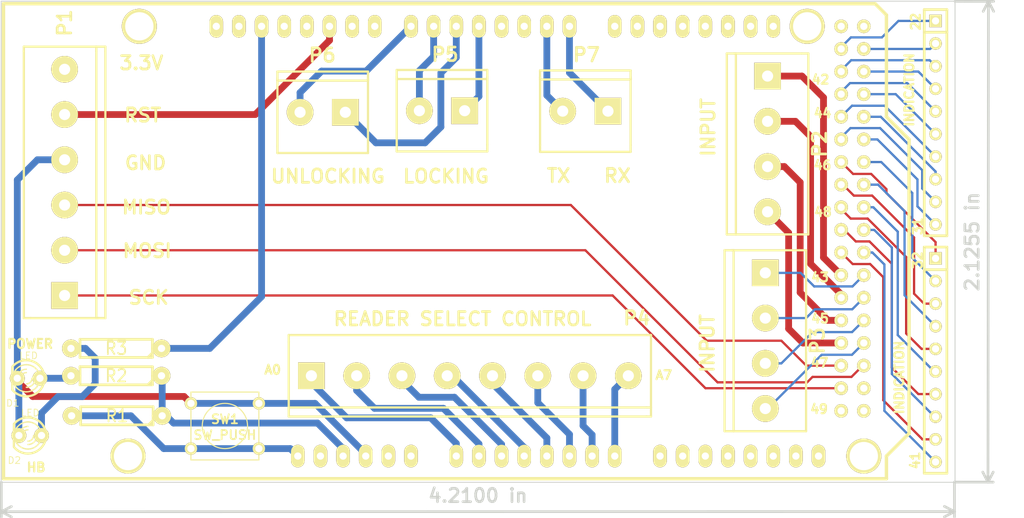
<source format=kicad_pcb>
(kicad_pcb (version 3) (host pcbnew "(2013-07-07 BZR 4022)-stable")

  (general
    (links 59)
    (no_connects 0)
    (area 58.868734 121.0564 222.109212 189.796393)
    (thickness 1.6)
    (drawings 40)
    (tracks 229)
    (zones 0)
    (modules 16)
    (nets 53)
  )

  (page A3)
  (layers
    (15 F.Cu signal)
    (0 B.Cu signal)
    (16 B.Adhes user)
    (17 F.Adhes user)
    (18 B.Paste user)
    (19 F.Paste user)
    (20 B.SilkS user)
    (21 F.SilkS user)
    (22 B.Mask user)
    (23 F.Mask user)
    (24 Dwgs.User user)
    (25 Cmts.User user)
    (26 Eco1.User user)
    (27 Eco2.User user)
    (28 Edge.Cuts user)
  )

  (setup
    (last_trace_width 0.762)
    (trace_clearance 0.254)
    (zone_clearance 0.508)
    (zone_45_only yes)
    (trace_min 0.254)
    (segment_width 0.1)
    (edge_width 0.1)
    (via_size 0.889)
    (via_drill 0.635)
    (via_min_size 0.889)
    (via_min_drill 0.508)
    (uvia_size 0.508)
    (uvia_drill 0.127)
    (uvias_allowed no)
    (uvia_min_size 0.508)
    (uvia_min_drill 0.127)
    (pcb_text_width 0.3)
    (pcb_text_size 1.5 1.5)
    (mod_edge_width 0.15)
    (mod_text_size 1 1)
    (mod_text_width 0.15)
    (pad_size 4.064 4.064)
    (pad_drill 4)
    (pad_to_mask_clearance 0)
    (aux_axis_origin 0 0)
    (visible_elements 7FFFFFFF)
    (pcbplotparams
      (layerselection 419397633)
      (usegerberextensions true)
      (excludeedgelayer true)
      (linewidth 0.150000)
      (plotframeref false)
      (viasonmask false)
      (mode 1)
      (useauxorigin false)
      (hpglpennumber 1)
      (hpglpenspeed 20)
      (hpglpendiameter 15)
      (hpglpenoverlay 2)
      (psnegative false)
      (psa4output false)
      (plotreference true)
      (plotvalue true)
      (plotothertext true)
      (plotinvisibletext false)
      (padsonsilk false)
      (subtractmaskfromsilk false)
      (outputformat 1)
      (mirror false)
      (drillshape 0)
      (scaleselection 1)
      (outputdirectory GerberMega/))
  )

  (net 0 "")
  (net 1 /10)
  (net 2 /13)
  (net 3 /22)
  (net 4 /23)
  (net 5 /24)
  (net 6 /25)
  (net 7 /26)
  (net 8 /27)
  (net 9 /28)
  (net 10 /29)
  (net 11 /30)
  (net 12 /31)
  (net 13 /32)
  (net 14 /33)
  (net 15 /34)
  (net 16 /35)
  (net 17 /36)
  (net 18 /37)
  (net 19 /38)
  (net 20 /39)
  (net 21 /40)
  (net 22 /41)
  (net 23 /43)
  (net 24 /45)
  (net 25 /47)
  (net 26 /49)
  (net 27 /50)
  (net 28 /51)
  (net 29 /52)
  (net 30 /5V)
  (net 31 /A0)
  (net 32 /A1)
  (net 33 /A2)
  (net 34 /A3)
  (net 35 /A4)
  (net 36 /A5)
  (net 37 /A6)
  (net 38 /A7)
  (net 39 /D4)
  (net 40 /D5)
  (net 41 /D6)
  (net 42 /D7)
  (net 43 /RST)
  (net 44 /RX)
  (net 45 /TX)
  (net 46 GND)
  (net 47 N-0000028)
  (net 48 N-0000029)
  (net 49 N-0000078)
  (net 50 N-0000079)
  (net 51 N-0000081)
  (net 52 N-0000082)

  (net_class Default "This is the default net class."
    (clearance 0.254)
    (trace_width 0.762)
    (via_dia 0.889)
    (via_drill 0.635)
    (uvia_dia 0.508)
    (uvia_drill 0.127)
    (add_net "")
    (add_net /10)
    (add_net /13)
    (add_net /5V)
    (add_net /A0)
    (add_net /A1)
    (add_net /A2)
    (add_net /A3)
    (add_net /A4)
    (add_net /A5)
    (add_net /A6)
    (add_net /A7)
    (add_net /D4)
    (add_net /D5)
    (add_net /D6)
    (add_net /D7)
    (add_net /RST)
    (add_net /RX)
    (add_net /TX)
    (add_net GND)
    (add_net N-0000028)
    (add_net N-0000029)
    (add_net N-0000078)
    (add_net N-0000079)
    (add_net N-0000081)
    (add_net N-0000082)
  )

  (net_class Connector ""
    (clearance 0.254)
    (trace_width 0.254)
    (via_dia 0.889)
    (via_drill 0.635)
    (uvia_dia 0.508)
    (uvia_drill 0.127)
    (add_net /22)
    (add_net /23)
    (add_net /24)
    (add_net /25)
    (add_net /26)
    (add_net /27)
    (add_net /28)
    (add_net /29)
    (add_net /30)
    (add_net /31)
    (add_net /32)
    (add_net /33)
    (add_net /34)
    (add_net /35)
    (add_net /36)
    (add_net /37)
    (add_net /38)
    (add_net /39)
    (add_net /40)
    (add_net /41)
    (add_net /43)
    (add_net /45)
    (add_net /47)
    (add_net /49)
    (add_net /50)
    (add_net /51)
    (add_net /52)
  )

  (module "ARDUINO MEGA SHIELD" (layer F.Cu) (tedit 56C1A66F) (tstamp 56C2D975)
    (at 103.632 183.388)
    (path /56C18763)
    (fp_text reference SHIELD1 (at -24.6126 -61.1632) (layer F.SilkS) hide
      (effects (font (size 1.524 1.524) (thickness 0.3048)))
    )
    (fp_text value ARDUINO_MEGA_SHIELD (at -28.2702 -48.0568) (layer F.SilkS) hide
      (effects (font (size 1.524 1.524) (thickness 0.3048)))
    )
    (fp_line (start 99.06 0) (end 0 0) (layer F.SilkS) (width 0.381))
    (fp_line (start 97.79 -53.34) (end 0 -53.34) (layer F.SilkS) (width 0.381))
    (fp_line (start 99.06 -40.64) (end 99.06 -52.07) (layer F.SilkS) (width 0.381))
    (fp_line (start 99.06 -52.07) (end 97.79 -53.34) (layer F.SilkS) (width 0.381))
    (fp_line (start 0 0) (end 0 -53.34) (layer F.SilkS) (width 0.381))
    (fp_line (start 99.06 -40.64) (end 101.6 -38.1) (layer F.SilkS) (width 0.381))
    (fp_line (start 101.6 -38.1) (end 101.6 -5.08) (layer F.SilkS) (width 0.381))
    (fp_line (start 101.6 -5.08) (end 99.06 -2.54) (layer F.SilkS) (width 0.381))
    (fp_line (start 99.06 -2.54) (end 99.06 0) (layer F.SilkS) (width 0.381))
    (pad 14 thru_hole oval (at 68.58 -50.8 90) (size 2.54 1.524) (drill 0.8128)
      (layers *.Cu *.Mask F.SilkS)
    )
    (pad 15 thru_hole oval (at 71.12 -50.8 90) (size 2.54 1.524) (drill 0.8128)
      (layers *.Cu *.Mask F.SilkS)
    )
    (pad 16 thru_hole oval (at 73.66 -50.8 90) (size 2.54 1.524) (drill 0.8128)
      (layers *.Cu *.Mask F.SilkS)
    )
    (pad 17 thru_hole oval (at 76.2 -50.8 90) (size 2.54 1.524) (drill 0.8128)
      (layers *.Cu *.Mask F.SilkS)
    )
    (pad 18 thru_hole oval (at 78.74 -50.8 90) (size 2.54 1.524) (drill 0.8128)
      (layers *.Cu *.Mask F.SilkS)
    )
    (pad 19 thru_hole oval (at 81.28 -50.8 90) (size 2.54 1.524) (drill 0.8128)
      (layers *.Cu *.Mask F.SilkS)
    )
    (pad 20 thru_hole oval (at 83.82 -50.8 90) (size 2.54 1.524) (drill 0.8128)
      (layers *.Cu *.Mask F.SilkS)
    )
    (pad 21 thru_hole oval (at 86.36 -50.8 90) (size 2.54 1.524) (drill 0.8128)
      (layers *.Cu *.Mask F.SilkS)
    )
    (pad AD15 thru_hole oval (at 91.44 -2.54 90) (size 2.54 1.524) (drill 0.8128)
      (layers *.Cu *.Mask F.SilkS)
    )
    (pad AD14 thru_hole oval (at 88.9 -2.54 90) (size 2.54 1.524) (drill 0.8128)
      (layers *.Cu *.Mask F.SilkS)
    )
    (pad AD13 thru_hole oval (at 86.36 -2.54 90) (size 2.54 1.524) (drill 0.8128)
      (layers *.Cu *.Mask F.SilkS)
    )
    (pad AD12 thru_hole oval (at 83.82 -2.54 90) (size 2.54 1.524) (drill 0.8128)
      (layers *.Cu *.Mask F.SilkS)
    )
    (pad AD8 thru_hole oval (at 73.66 -2.54 90) (size 2.54 1.524) (drill 0.8128)
      (layers *.Cu *.Mask F.SilkS)
    )
    (pad AD7 thru_hole oval (at 68.58 -2.54 90) (size 2.54 1.524) (drill 0.8128)
      (layers *.Cu *.Mask F.SilkS)
      (net 38 /A7)
    )
    (pad AD6 thru_hole oval (at 66.04 -2.54 90) (size 2.54 1.524) (drill 0.8128)
      (layers *.Cu *.Mask F.SilkS)
      (net 37 /A6)
    )
    (pad AD9 thru_hole oval (at 76.2 -2.54 90) (size 2.54 1.524) (drill 0.8128)
      (layers *.Cu *.Mask F.SilkS)
    )
    (pad AD10 thru_hole oval (at 78.74 -2.54 90) (size 2.54 1.524) (drill 0.8128)
      (layers *.Cu *.Mask F.SilkS)
    )
    (pad AD11 thru_hole oval (at 81.28 -2.54 90) (size 2.54 1.524) (drill 0.8128)
      (layers *.Cu *.Mask F.SilkS)
    )
    (pad AD5 thru_hole oval (at 63.5 -2.54 90) (size 2.54 1.524) (drill 0.8128)
      (layers *.Cu *.Mask F.SilkS)
      (net 36 /A5)
    )
    (pad AD4 thru_hole oval (at 60.96 -2.54 90) (size 2.54 1.524) (drill 0.8128)
      (layers *.Cu *.Mask F.SilkS)
      (net 35 /A4)
    )
    (pad AD3 thru_hole oval (at 58.42 -2.54 90) (size 2.54 1.524) (drill 0.8128)
      (layers *.Cu *.Mask F.SilkS)
      (net 34 /A3)
    )
    (pad AD0 thru_hole oval (at 50.8 -2.54 90) (size 2.54 1.524) (drill 0.8128)
      (layers *.Cu *.Mask F.SilkS)
      (net 31 /A0)
    )
    (pad AD1 thru_hole oval (at 53.34 -2.54 90) (size 2.54 1.524) (drill 0.8128)
      (layers *.Cu *.Mask F.SilkS)
      (net 32 /A1)
    )
    (pad AD2 thru_hole oval (at 55.88 -2.54 90) (size 2.54 1.524) (drill 0.8128)
      (layers *.Cu *.Mask F.SilkS)
      (net 33 /A2)
    )
    (pad V_IN thru_hole oval (at 45.72 -2.54 90) (size 2.54 1.524) (drill 0.8128)
      (layers *.Cu *.Mask F.SilkS)
    )
    (pad GND2 thru_hole oval (at 43.18 -2.54 90) (size 2.54 1.524) (drill 0.8128)
      (layers *.Cu *.Mask F.SilkS)
    )
    (pad GND1 thru_hole oval (at 40.64 -2.54 90) (size 2.54 1.524) (drill 0.8128)
      (layers *.Cu *.Mask F.SilkS)
      (net 46 GND)
    )
    (pad 3V3 thru_hole oval (at 35.56 -2.54 90) (size 2.54 1.524) (drill 0.8128)
      (layers *.Cu *.Mask F.SilkS)
    )
    (pad RST thru_hole oval (at 33.02 -2.54 90) (size 2.54 1.524) (drill 0.8128)
      (layers *.Cu *.Mask F.SilkS)
      (net 43 /RST)
    )
    (pad 0 thru_hole oval (at 63.5 -50.8 90) (size 2.54 1.524) (drill 0.8128)
      (layers *.Cu *.Mask F.SilkS)
      (net 44 /RX)
    )
    (pad 1 thru_hole oval (at 60.96 -50.8 90) (size 2.54 1.524) (drill 0.8128)
      (layers *.Cu *.Mask F.SilkS)
      (net 45 /TX)
    )
    (pad 2 thru_hole oval (at 58.42 -50.8 90) (size 2.54 1.524) (drill 0.8128)
      (layers *.Cu *.Mask F.SilkS)
    )
    (pad 3 thru_hole oval (at 55.88 -50.8 90) (size 2.54 1.524) (drill 0.8128)
      (layers *.Cu *.Mask F.SilkS)
    )
    (pad 4 thru_hole oval (at 53.34 -50.8 90) (size 2.54 1.524) (drill 0.8128)
      (layers *.Cu *.Mask F.SilkS)
      (net 39 /D4)
    )
    (pad 5 thru_hole oval (at 50.8 -50.8 90) (size 2.54 1.524) (drill 0.8128)
      (layers *.Cu *.Mask F.SilkS)
      (net 40 /D5)
    )
    (pad 6 thru_hole oval (at 48.26 -50.8 90) (size 2.54 1.524) (drill 0.8128)
      (layers *.Cu *.Mask F.SilkS)
      (net 41 /D6)
    )
    (pad 7 thru_hole oval (at 45.72 -50.8 90) (size 2.54 1.524) (drill 0.8128)
      (layers *.Cu *.Mask F.SilkS)
      (net 42 /D7)
    )
    (pad 8 thru_hole oval (at 41.656 -50.8 90) (size 2.54 1.524) (drill 0.8128)
      (layers *.Cu *.Mask F.SilkS)
    )
    (pad 9 thru_hole oval (at 39.116 -50.8 90) (size 2.54 1.524) (drill 0.8128)
      (layers *.Cu *.Mask F.SilkS)
    )
    (pad 10 thru_hole oval (at 36.576 -50.8 90) (size 2.54 1.524) (drill 0.8128)
      (layers *.Cu *.Mask F.SilkS)
      (net 1 /10)
    )
    (pad 11 thru_hole oval (at 34.036 -50.8 90) (size 2.54 1.524) (drill 0.8128)
      (layers *.Cu *.Mask F.SilkS)
    )
    (pad 12 thru_hole oval (at 31.496 -50.8 90) (size 2.54 1.524) (drill 0.8128)
      (layers *.Cu *.Mask F.SilkS)
    )
    (pad 13 thru_hole oval (at 28.956 -50.8 90) (size 2.54 1.524) (drill 0.8128)
      (layers *.Cu *.Mask F.SilkS)
      (net 2 /13)
    )
    (pad GND3 thru_hole oval (at 26.416 -50.8 90) (size 2.54 1.524) (drill 0.8128)
      (layers *.Cu *.Mask F.SilkS)
    )
    (pad AREF thru_hole oval (at 23.876 -50.8 90) (size 2.54 1.524) (drill 0.8128)
      (layers *.Cu *.Mask F.SilkS)
    )
    (pad 5V thru_hole oval (at 38.1 -2.54 90) (size 2.54 1.524) (drill 0.8128)
      (layers *.Cu *.Mask F.SilkS)
      (net 30 /5V)
    )
    (pad "" thru_hole circle (at 96.52 -2.54 90) (size 3.937 3.937) (drill 3.175)
      (layers *.Cu *.Mask F.SilkS)
    )
    (pad "" thru_hole circle (at 90.17 -50.8 90) (size 3.937 3.937) (drill 3.175)
      (layers *.Cu *.Mask F.SilkS)
    )
    (pad "" thru_hole circle (at 15.24 -50.8 90) (size 3.937 3.937) (drill 3.175)
      (layers *.Cu *.Mask F.SilkS)
    )
    (pad "" thru_hole circle (at 13.97 -2.54 90) (size 3.937 3.937) (drill 3.175)
      (layers *.Cu *.Mask F.SilkS)
    )
    (pad 22 thru_hole circle (at 93.98 -48.26) (size 1.524 1.524) (drill 0.8128)
      (layers *.Cu *.Mask F.SilkS)
      (net 3 /22)
    )
    (pad 23 thru_hole circle (at 96.52 -48.26) (size 1.524 1.524) (drill 0.8128)
      (layers *.Cu *.Mask F.SilkS)
      (net 4 /23)
    )
    (pad 24 thru_hole circle (at 93.98 -45.72) (size 1.524 1.524) (drill 0.8128)
      (layers *.Cu *.Mask F.SilkS)
      (net 5 /24)
    )
    (pad 25 thru_hole circle (at 96.52 -45.72) (size 1.524 1.524) (drill 0.8128)
      (layers *.Cu *.Mask F.SilkS)
      (net 6 /25)
    )
    (pad 26 thru_hole circle (at 93.98 -43.18) (size 1.524 1.524) (drill 0.8128)
      (layers *.Cu *.Mask F.SilkS)
      (net 7 /26)
    )
    (pad 27 thru_hole circle (at 96.52 -43.18) (size 1.524 1.524) (drill 0.8128)
      (layers *.Cu *.Mask F.SilkS)
      (net 8 /27)
    )
    (pad 28 thru_hole circle (at 93.98 -40.64) (size 1.524 1.524) (drill 0.8128)
      (layers *.Cu *.Mask F.SilkS)
      (net 9 /28)
    )
    (pad 29 thru_hole circle (at 96.52 -40.64) (size 1.524 1.524) (drill 0.8128)
      (layers *.Cu *.Mask F.SilkS)
      (net 10 /29)
    )
    (pad 5V_4 thru_hole circle (at 93.98 -50.8) (size 1.524 1.524) (drill 0.8128)
      (layers *.Cu *.Mask F.SilkS)
    )
    (pad 5V_5 thru_hole circle (at 96.52 -50.8) (size 1.524 1.524) (drill 0.8128)
      (layers *.Cu *.Mask F.SilkS)
    )
    (pad 31 thru_hole circle (at 96.52 -38.1) (size 1.524 1.524) (drill 0.8128)
      (layers *.Cu *.Mask F.SilkS)
      (net 12 /31)
    )
    (pad 30 thru_hole circle (at 93.98 -38.1) (size 1.524 1.524) (drill 0.8128)
      (layers *.Cu *.Mask F.SilkS)
      (net 11 /30)
    )
    (pad 32 thru_hole circle (at 93.98 -35.56) (size 1.524 1.524) (drill 0.8128)
      (layers *.Cu *.Mask F.SilkS)
      (net 13 /32)
    )
    (pad 33 thru_hole circle (at 96.52 -35.56) (size 1.524 1.524) (drill 0.8128)
      (layers *.Cu *.Mask F.SilkS)
      (net 14 /33)
    )
    (pad 34 thru_hole circle (at 93.98 -33.02) (size 1.524 1.524) (drill 0.8128)
      (layers *.Cu *.Mask F.SilkS)
      (net 15 /34)
    )
    (pad 35 thru_hole circle (at 96.52 -33.02) (size 1.524 1.524) (drill 0.8128)
      (layers *.Cu *.Mask F.SilkS)
      (net 16 /35)
    )
    (pad 36 thru_hole circle (at 93.98 -30.48) (size 1.524 1.524) (drill 0.8128)
      (layers *.Cu *.Mask F.SilkS)
      (net 17 /36)
    )
    (pad 37 thru_hole circle (at 96.52 -30.48) (size 1.524 1.524) (drill 0.8128)
      (layers *.Cu *.Mask F.SilkS)
      (net 18 /37)
    )
    (pad 38 thru_hole circle (at 93.98 -27.94) (size 1.524 1.524) (drill 0.8128)
      (layers *.Cu *.Mask F.SilkS)
      (net 19 /38)
    )
    (pad 39 thru_hole circle (at 96.52 -27.94) (size 1.524 1.524) (drill 0.8128)
      (layers *.Cu *.Mask F.SilkS)
      (net 20 /39)
    )
    (pad 40 thru_hole circle (at 93.98 -25.4) (size 1.524 1.524) (drill 0.8128)
      (layers *.Cu *.Mask F.SilkS)
      (net 21 /40)
    )
    (pad 41 thru_hole circle (at 96.52 -25.4) (size 1.524 1.524) (drill 0.8128)
      (layers *.Cu *.Mask F.SilkS)
      (net 22 /41)
    )
    (pad 42 thru_hole circle (at 93.98 -22.86) (size 1.524 1.524) (drill 0.8128)
      (layers *.Cu *.Mask F.SilkS)
      (net 52 N-0000082)
    )
    (pad 43 thru_hole circle (at 96.52 -22.86) (size 1.524 1.524) (drill 0.8128)
      (layers *.Cu *.Mask F.SilkS)
      (net 23 /43)
    )
    (pad 44 thru_hole circle (at 93.98 -20.32) (size 1.524 1.524) (drill 0.8128)
      (layers *.Cu *.Mask F.SilkS)
      (net 51 N-0000081)
    )
    (pad 45 thru_hole circle (at 96.52 -20.32) (size 1.524 1.524) (drill 0.8128)
      (layers *.Cu *.Mask F.SilkS)
      (net 24 /45)
    )
    (pad 46 thru_hole circle (at 93.98 -17.78) (size 1.524 1.524) (drill 0.8128)
      (layers *.Cu *.Mask F.SilkS)
      (net 48 N-0000029)
    )
    (pad 47 thru_hole circle (at 96.52 -17.78) (size 1.524 1.524) (drill 0.8128)
      (layers *.Cu *.Mask F.SilkS)
      (net 25 /47)
    )
    (pad 48 thru_hole circle (at 93.98 -15.24) (size 1.524 1.524) (drill 0.8128)
      (layers *.Cu *.Mask F.SilkS)
      (net 47 N-0000028)
    )
    (pad 49 thru_hole circle (at 96.52 -15.24) (size 1.524 1.524) (drill 0.8128)
      (layers *.Cu *.Mask F.SilkS)
      (net 26 /49)
    )
    (pad 50 thru_hole circle (at 93.98 -12.7) (size 1.524 1.524) (drill 0.8128)
      (layers *.Cu *.Mask F.SilkS)
      (net 27 /50)
    )
    (pad 51 thru_hole circle (at 96.52 -12.7) (size 1.524 1.524) (drill 0.8128)
      (layers *.Cu *.Mask F.SilkS)
      (net 28 /51)
    )
    (pad 52 thru_hole circle (at 93.98 -10.16) (size 1.524 1.524) (drill 0.8128)
      (layers *.Cu *.Mask F.SilkS)
      (net 29 /52)
    )
    (pad 53 thru_hole circle (at 96.52 -10.16) (size 1.524 1.524) (drill 0.8128)
      (layers *.Cu *.Mask F.SilkS)
    )
    (pad GND4 thru_hole circle (at 93.98 -7.62) (size 1.524 1.524) (drill 0.8128)
      (layers *.Cu *.Mask F.SilkS)
    )
    (pad GND5 thru_hole circle (at 96.52 -7.62) (size 1.524 1.524) (drill 0.8128)
      (layers *.Cu *.Mask F.SilkS)
    )
  )

  (module mors_2p (layer F.Cu) (tedit 56C19FFB) (tstamp 561BAB02)
    (at 139.446 142.24 180)
    (descr "Terminal block 2 pins")
    (tags DEV)
    (path /56C194C7)
    (fp_text reference P6 (at 0.0508 6.4008 180) (layer F.SilkS)
      (effects (font (size 1.524 1.524) (thickness 0.3048)))
    )
    (fp_text value CONN_2 (at 0 5.842 180) (layer F.SilkS) hide
      (effects (font (size 1.524 1.524) (thickness 0.3048)))
    )
    (fp_line (start 5.08 -3.81) (end 5.08 -4.572) (layer F.SilkS) (width 0.254))
    (fp_line (start 5.08 -4.572) (end -5.08 -4.572) (layer F.SilkS) (width 0.254))
    (fp_line (start -5.08 -4.572) (end -5.08 -3.81) (layer F.SilkS) (width 0.254))
    (fp_line (start 5.08 4.572) (end -5.08 4.572) (layer F.SilkS) (width 0.254))
    (fp_line (start -5.08 4.572) (end -5.08 3.556) (layer F.SilkS) (width 0.254))
    (fp_line (start -5.08 3.556) (end 5.08 3.556) (layer F.SilkS) (width 0.254))
    (fp_line (start 5.08 3.556) (end 5.08 4.572) (layer F.SilkS) (width 0.254))
    (fp_line (start 5.08 3.81) (end 5.08 -3.81) (layer F.SilkS) (width 0.254))
    (fp_line (start -5.08 -3.81) (end -5.08 3.81) (layer F.SilkS) (width 0.254))
    (pad 1 thru_hole rect (at -2.54 0 180) (size 2.99974 2.99974) (drill 1.24968)
      (layers *.Cu *.Mask F.SilkS)
      (net 40 /D5)
    )
    (pad 2 thru_hole circle (at 2.54 0 180) (size 2.99974 2.99974) (drill 1.24968)
      (layers *.Cu *.Mask F.SilkS)
      (net 42 /D7)
    )
    (model walter/conn_screw/mors_2p.wrl
      (at (xyz 0 0 0))
      (scale (xyz 1 1 1))
      (rotate (xyz 0 0 0))
    )
  )

  (module mors_2p (layer F.Cu) (tedit 56C19FF8) (tstamp 561BAB11)
    (at 152.8318 142.0622 180)
    (descr "Terminal block 2 pins")
    (tags DEV)
    (path /56C194CD)
    (fp_text reference P5 (at -0.3429 6.3119 180) (layer F.SilkS)
      (effects (font (size 1.524 1.524) (thickness 0.3048)))
    )
    (fp_text value CONN_2 (at 0 5.842 180) (layer F.SilkS) hide
      (effects (font (size 1.524 1.524) (thickness 0.3048)))
    )
    (fp_line (start 5.08 -3.81) (end 5.08 -4.572) (layer F.SilkS) (width 0.254))
    (fp_line (start 5.08 -4.572) (end -5.08 -4.572) (layer F.SilkS) (width 0.254))
    (fp_line (start -5.08 -4.572) (end -5.08 -3.81) (layer F.SilkS) (width 0.254))
    (fp_line (start 5.08 4.572) (end -5.08 4.572) (layer F.SilkS) (width 0.254))
    (fp_line (start -5.08 4.572) (end -5.08 3.556) (layer F.SilkS) (width 0.254))
    (fp_line (start -5.08 3.556) (end 5.08 3.556) (layer F.SilkS) (width 0.254))
    (fp_line (start 5.08 3.556) (end 5.08 4.572) (layer F.SilkS) (width 0.254))
    (fp_line (start 5.08 3.81) (end 5.08 -3.81) (layer F.SilkS) (width 0.254))
    (fp_line (start -5.08 -3.81) (end -5.08 3.81) (layer F.SilkS) (width 0.254))
    (pad 1 thru_hole rect (at -2.54 0 180) (size 2.99974 2.99974) (drill 1.24968)
      (layers *.Cu *.Mask F.SilkS)
      (net 39 /D4)
    )
    (pad 2 thru_hole circle (at 2.54 0 180) (size 2.99974 2.99974) (drill 1.24968)
      (layers *.Cu *.Mask F.SilkS)
      (net 41 /D6)
    )
    (model walter/conn_screw/mors_2p.wrl
      (at (xyz 0 0 0))
      (scale (xyz 1 1 1))
      (rotate (xyz 0 0 0))
    )
  )

  (module R4 (layer F.Cu) (tedit 56B5ECA6) (tstamp 56C18254)
    (at 116.3574 176.3268 180)
    (descr "Resitance 4 pas")
    (tags R)
    (path /56C17CE3)
    (autoplace_cost180 10)
    (fp_text reference R1 (at 0 0 180) (layer F.SilkS)
      (effects (font (size 1.397 1.27) (thickness 0.2032)))
    )
    (fp_text value 10K (at 0 0 180) (layer F.SilkS) hide
      (effects (font (size 1.397 1.27) (thickness 0.2032)))
    )
    (fp_line (start -5.08 0) (end -4.064 0) (layer F.SilkS) (width 0.3048))
    (fp_line (start -4.064 0) (end -4.064 -1.016) (layer F.SilkS) (width 0.3048))
    (fp_line (start -4.064 -1.016) (end 4.064 -1.016) (layer F.SilkS) (width 0.3048))
    (fp_line (start 4.064 -1.016) (end 4.064 1.016) (layer F.SilkS) (width 0.3048))
    (fp_line (start 4.064 1.016) (end -4.064 1.016) (layer F.SilkS) (width 0.3048))
    (fp_line (start -4.064 1.016) (end -4.064 0) (layer F.SilkS) (width 0.3048))
    (fp_line (start -4.064 -0.508) (end -3.556 -1.016) (layer F.SilkS) (width 0.3048))
    (fp_line (start 5.08 0) (end 4.064 0) (layer F.SilkS) (width 0.3048))
    (pad 1 thru_hole circle (at -5.08 0 180) (size 2 2) (drill 0.8128)
      (layers *.Cu *.Mask F.SilkS)
      (net 30 /5V)
    )
    (pad 2 thru_hole circle (at 5.08 0 180) (size 2 2) (drill 0.8128)
      (layers *.Cu *.Mask F.SilkS)
      (net 43 /RST)
    )
    (model discret/resistor.wrl
      (at (xyz 0 0 0))
      (scale (xyz 0.4 0.4 0.4))
      (rotate (xyz 0 0 0))
    )
  )

  (module R4 (layer F.Cu) (tedit 56B5ECA6) (tstamp 56C18262)
    (at 116.2812 171.831 180)
    (descr "Resitance 4 pas")
    (tags R)
    (path /56C17CF2)
    (autoplace_cost180 10)
    (fp_text reference R2 (at 0 0 180) (layer F.SilkS)
      (effects (font (size 1.397 1.27) (thickness 0.2032)))
    )
    (fp_text value 330 (at 0 0 180) (layer F.SilkS) hide
      (effects (font (size 1.397 1.27) (thickness 0.2032)))
    )
    (fp_line (start -5.08 0) (end -4.064 0) (layer F.SilkS) (width 0.3048))
    (fp_line (start -4.064 0) (end -4.064 -1.016) (layer F.SilkS) (width 0.3048))
    (fp_line (start -4.064 -1.016) (end 4.064 -1.016) (layer F.SilkS) (width 0.3048))
    (fp_line (start 4.064 -1.016) (end 4.064 1.016) (layer F.SilkS) (width 0.3048))
    (fp_line (start 4.064 1.016) (end -4.064 1.016) (layer F.SilkS) (width 0.3048))
    (fp_line (start -4.064 1.016) (end -4.064 0) (layer F.SilkS) (width 0.3048))
    (fp_line (start -4.064 -0.508) (end -3.556 -1.016) (layer F.SilkS) (width 0.3048))
    (fp_line (start 5.08 0) (end 4.064 0) (layer F.SilkS) (width 0.3048))
    (pad 1 thru_hole circle (at -5.08 0 180) (size 2 2) (drill 0.8128)
      (layers *.Cu *.Mask F.SilkS)
      (net 30 /5V)
    )
    (pad 2 thru_hole circle (at 5.08 0 180) (size 2 2) (drill 0.8128)
      (layers *.Cu *.Mask F.SilkS)
      (net 50 N-0000079)
    )
    (model discret/resistor.wrl
      (at (xyz 0 0 0))
      (scale (xyz 0.4 0.4 0.4))
      (rotate (xyz 0 0 0))
    )
  )

  (module SW_PUSH_SMALL (layer F.Cu) (tedit 46544DB3) (tstamp 56C187DB)
    (at 128.4732 177.4698)
    (path /56C17F3D)
    (fp_text reference SW1 (at 0 -0.762) (layer F.SilkS)
      (effects (font (size 1.016 1.016) (thickness 0.2032)))
    )
    (fp_text value SW_PUSH (at 0 1.016) (layer F.SilkS)
      (effects (font (size 1.016 1.016) (thickness 0.2032)))
    )
    (fp_circle (center 0 0) (end 0 -2.54) (layer F.SilkS) (width 0.127))
    (fp_line (start -3.81 -3.81) (end 3.81 -3.81) (layer F.SilkS) (width 0.127))
    (fp_line (start 3.81 -3.81) (end 3.81 3.81) (layer F.SilkS) (width 0.127))
    (fp_line (start 3.81 3.81) (end -3.81 3.81) (layer F.SilkS) (width 0.127))
    (fp_line (start -3.81 -3.81) (end -3.81 3.81) (layer F.SilkS) (width 0.127))
    (pad 1 thru_hole circle (at 3.81 -2.54) (size 1.397 1.397) (drill 0.8128)
      (layers *.Cu *.Mask F.SilkS)
      (net 46 GND)
    )
    (pad 2 thru_hole circle (at 3.81 2.54) (size 1.397 1.397) (drill 0.8128)
      (layers *.Cu *.Mask F.SilkS)
      (net 43 /RST)
    )
    (pad 1 thru_hole circle (at -3.81 -2.54) (size 1.397 1.397) (drill 0.8128)
      (layers *.Cu *.Mask F.SilkS)
      (net 46 GND)
    )
    (pad 2 thru_hole circle (at -3.81 2.54) (size 1.397 1.397) (drill 0.8128)
      (layers *.Cu *.Mask F.SilkS)
      (net 43 /RST)
    )
  )

  (module R4 (layer F.Cu) (tedit 56B5ECA6) (tstamp 56C187E9)
    (at 116.2812 168.7576 180)
    (descr "Resitance 4 pas")
    (tags R)
    (path /56C17D01)
    (autoplace_cost180 10)
    (fp_text reference R3 (at 0 0 180) (layer F.SilkS)
      (effects (font (size 1.397 1.27) (thickness 0.2032)))
    )
    (fp_text value 330 (at 0 0 180) (layer F.SilkS) hide
      (effects (font (size 1.397 1.27) (thickness 0.2032)))
    )
    (fp_line (start -5.08 0) (end -4.064 0) (layer F.SilkS) (width 0.3048))
    (fp_line (start -4.064 0) (end -4.064 -1.016) (layer F.SilkS) (width 0.3048))
    (fp_line (start -4.064 -1.016) (end 4.064 -1.016) (layer F.SilkS) (width 0.3048))
    (fp_line (start 4.064 -1.016) (end 4.064 1.016) (layer F.SilkS) (width 0.3048))
    (fp_line (start 4.064 1.016) (end -4.064 1.016) (layer F.SilkS) (width 0.3048))
    (fp_line (start -4.064 1.016) (end -4.064 0) (layer F.SilkS) (width 0.3048))
    (fp_line (start -4.064 -0.508) (end -3.556 -1.016) (layer F.SilkS) (width 0.3048))
    (fp_line (start 5.08 0) (end 4.064 0) (layer F.SilkS) (width 0.3048))
    (pad 1 thru_hole circle (at -5.08 0 180) (size 2 2) (drill 0.8128)
      (layers *.Cu *.Mask F.SilkS)
      (net 2 /13)
    )
    (pad 2 thru_hole circle (at 5.08 0 180) (size 2 2) (drill 0.8128)
      (layers *.Cu *.Mask F.SilkS)
      (net 49 N-0000078)
    )
    (model discret/resistor.wrl
      (at (xyz 0 0 0))
      (scale (xyz 0.4 0.4 0.4))
      (rotate (xyz 0 0 0))
    )
  )

  (module LED-3MM (layer F.Cu) (tedit 50ADE848) (tstamp 56C18802)
    (at 106.4514 172.1104 180)
    (descr "LED 3mm - Lead pitch 100mil (2,54mm)")
    (tags "LED led 3mm 3MM 100mil 2,54mm")
    (path /56C17E0E)
    (fp_text reference D1 (at 1.778 -2.794 180) (layer F.SilkS)
      (effects (font (size 0.762 0.762) (thickness 0.0889)))
    )
    (fp_text value LED (at 0 2.54 180) (layer F.SilkS)
      (effects (font (size 0.762 0.762) (thickness 0.0889)))
    )
    (fp_line (start 1.8288 1.27) (end 1.8288 -1.27) (layer F.SilkS) (width 0.254))
    (fp_arc (start 0.254 0) (end -1.27 0) (angle 39.8) (layer F.SilkS) (width 0.1524))
    (fp_arc (start 0.254 0) (end -0.88392 1.01092) (angle 41.6) (layer F.SilkS) (width 0.1524))
    (fp_arc (start 0.254 0) (end 1.4097 -0.9906) (angle 40.6) (layer F.SilkS) (width 0.1524))
    (fp_arc (start 0.254 0) (end 1.778 0) (angle 39.8) (layer F.SilkS) (width 0.1524))
    (fp_arc (start 0.254 0) (end 0.254 -1.524) (angle 54.4) (layer F.SilkS) (width 0.1524))
    (fp_arc (start 0.254 0) (end -0.9652 -0.9144) (angle 53.1) (layer F.SilkS) (width 0.1524))
    (fp_arc (start 0.254 0) (end 1.45542 0.93472) (angle 52.1) (layer F.SilkS) (width 0.1524))
    (fp_arc (start 0.254 0) (end 0.254 1.524) (angle 52.1) (layer F.SilkS) (width 0.1524))
    (fp_arc (start 0.254 0) (end -0.381 0) (angle 90) (layer F.SilkS) (width 0.1524))
    (fp_arc (start 0.254 0) (end -0.762 0) (angle 90) (layer F.SilkS) (width 0.1524))
    (fp_arc (start 0.254 0) (end 0.889 0) (angle 90) (layer F.SilkS) (width 0.1524))
    (fp_arc (start 0.254 0) (end 1.27 0) (angle 90) (layer F.SilkS) (width 0.1524))
    (fp_arc (start 0.254 0) (end 0.254 -2.032) (angle 50.1) (layer F.SilkS) (width 0.254))
    (fp_arc (start 0.254 0) (end -1.5367 -0.95504) (angle 61.9) (layer F.SilkS) (width 0.254))
    (fp_arc (start 0.254 0) (end 1.8034 1.31064) (angle 49.7) (layer F.SilkS) (width 0.254))
    (fp_arc (start 0.254 0) (end 0.254 2.032) (angle 60.2) (layer F.SilkS) (width 0.254))
    (fp_arc (start 0.254 0) (end -1.778 0) (angle 28.3) (layer F.SilkS) (width 0.254))
    (fp_arc (start 0.254 0) (end -1.47574 1.06426) (angle 31.6) (layer F.SilkS) (width 0.254))
    (pad 1 thru_hole circle (at -1.27 0 180) (size 1.6764 1.6764) (drill 0.8128)
      (layers *.Cu *.Mask F.SilkS)
      (net 50 N-0000079)
    )
    (pad 2 thru_hole circle (at 1.27 0 180) (size 1.6764 1.6764) (drill 0.8128)
      (layers *.Cu *.Mask F.SilkS)
      (net 46 GND)
    )
    (model discret/leds/led3_vertical_verde.wrl
      (at (xyz 0 0 0))
      (scale (xyz 1 1 1))
      (rotate (xyz 0 0 0))
    )
  )

  (module LED-3MM (layer F.Cu) (tedit 50ADE848) (tstamp 56C1881B)
    (at 106.6292 178.5366 180)
    (descr "LED 3mm - Lead pitch 100mil (2,54mm)")
    (tags "LED led 3mm 3MM 100mil 2,54mm")
    (path /56C17E1B)
    (fp_text reference D2 (at 1.778 -2.794 180) (layer F.SilkS)
      (effects (font (size 0.762 0.762) (thickness 0.0889)))
    )
    (fp_text value LED (at 0 2.54 180) (layer F.SilkS)
      (effects (font (size 0.762 0.762) (thickness 0.0889)))
    )
    (fp_line (start 1.8288 1.27) (end 1.8288 -1.27) (layer F.SilkS) (width 0.254))
    (fp_arc (start 0.254 0) (end -1.27 0) (angle 39.8) (layer F.SilkS) (width 0.1524))
    (fp_arc (start 0.254 0) (end -0.88392 1.01092) (angle 41.6) (layer F.SilkS) (width 0.1524))
    (fp_arc (start 0.254 0) (end 1.4097 -0.9906) (angle 40.6) (layer F.SilkS) (width 0.1524))
    (fp_arc (start 0.254 0) (end 1.778 0) (angle 39.8) (layer F.SilkS) (width 0.1524))
    (fp_arc (start 0.254 0) (end 0.254 -1.524) (angle 54.4) (layer F.SilkS) (width 0.1524))
    (fp_arc (start 0.254 0) (end -0.9652 -0.9144) (angle 53.1) (layer F.SilkS) (width 0.1524))
    (fp_arc (start 0.254 0) (end 1.45542 0.93472) (angle 52.1) (layer F.SilkS) (width 0.1524))
    (fp_arc (start 0.254 0) (end 0.254 1.524) (angle 52.1) (layer F.SilkS) (width 0.1524))
    (fp_arc (start 0.254 0) (end -0.381 0) (angle 90) (layer F.SilkS) (width 0.1524))
    (fp_arc (start 0.254 0) (end -0.762 0) (angle 90) (layer F.SilkS) (width 0.1524))
    (fp_arc (start 0.254 0) (end 0.889 0) (angle 90) (layer F.SilkS) (width 0.1524))
    (fp_arc (start 0.254 0) (end 1.27 0) (angle 90) (layer F.SilkS) (width 0.1524))
    (fp_arc (start 0.254 0) (end 0.254 -2.032) (angle 50.1) (layer F.SilkS) (width 0.254))
    (fp_arc (start 0.254 0) (end -1.5367 -0.95504) (angle 61.9) (layer F.SilkS) (width 0.254))
    (fp_arc (start 0.254 0) (end 1.8034 1.31064) (angle 49.7) (layer F.SilkS) (width 0.254))
    (fp_arc (start 0.254 0) (end 0.254 2.032) (angle 60.2) (layer F.SilkS) (width 0.254))
    (fp_arc (start 0.254 0) (end -1.778 0) (angle 28.3) (layer F.SilkS) (width 0.254))
    (fp_arc (start 0.254 0) (end -1.47574 1.06426) (angle 31.6) (layer F.SilkS) (width 0.254))
    (pad 1 thru_hole circle (at -1.27 0 180) (size 1.6764 1.6764) (drill 0.8128)
      (layers *.Cu *.Mask F.SilkS)
      (net 49 N-0000078)
    )
    (pad 2 thru_hole circle (at 1.27 0 180) (size 1.6764 1.6764) (drill 0.8128)
      (layers *.Cu *.Mask F.SilkS)
      (net 46 GND)
    )
    (model discret/leds/led3_vertical_verde.wrl
      (at (xyz 0 0 0))
      (scale (xyz 1 1 1))
      (rotate (xyz 0 0 0))
    )
  )

  (module mors_2p (layer F.Cu) (tedit 56C19FE8) (tstamp 56C2D87B)
    (at 168.91 142.113 180)
    (descr "Terminal block 2 pins")
    (tags DEV)
    (path /56C1944F)
    (fp_text reference P7 (at -0.127 6.3246 180) (layer F.SilkS)
      (effects (font (size 1.524 1.524) (thickness 0.3048)))
    )
    (fp_text value CONN_2 (at 0 5.842 180) (layer F.SilkS) hide
      (effects (font (size 1.524 1.524) (thickness 0.3048)))
    )
    (fp_line (start 5.08 -3.81) (end 5.08 -4.572) (layer F.SilkS) (width 0.254))
    (fp_line (start 5.08 -4.572) (end -5.08 -4.572) (layer F.SilkS) (width 0.254))
    (fp_line (start -5.08 -4.572) (end -5.08 -3.81) (layer F.SilkS) (width 0.254))
    (fp_line (start 5.08 4.572) (end -5.08 4.572) (layer F.SilkS) (width 0.254))
    (fp_line (start -5.08 4.572) (end -5.08 3.556) (layer F.SilkS) (width 0.254))
    (fp_line (start -5.08 3.556) (end 5.08 3.556) (layer F.SilkS) (width 0.254))
    (fp_line (start 5.08 3.556) (end 5.08 4.572) (layer F.SilkS) (width 0.254))
    (fp_line (start 5.08 3.81) (end 5.08 -3.81) (layer F.SilkS) (width 0.254))
    (fp_line (start -5.08 -3.81) (end -5.08 3.81) (layer F.SilkS) (width 0.254))
    (pad 1 thru_hole rect (at -2.54 0 180) (size 2.99974 2.99974) (drill 1.24968)
      (layers *.Cu *.Mask F.SilkS)
      (net 44 /RX)
    )
    (pad 2 thru_hole circle (at 2.54 0 180) (size 2.99974 2.99974) (drill 1.24968)
      (layers *.Cu *.Mask F.SilkS)
      (net 45 /TX)
    )
    (model walter/conn_screw/mors_2p.wrl
      (at (xyz 0 0 0))
      (scale (xyz 1 1 1))
      (rotate (xyz 0 0 0))
    )
  )

  (module mors_4p (layer F.Cu) (tedit 56C19FA6) (tstamp 561BA9DE)
    (at 189.357 145.796 270)
    (descr "Terminal block 4 pins")
    (tags DEV)
    (path /56C19653)
    (fp_text reference P2 (at 0 -5.842 270) (layer F.SilkS)
      (effects (font (size 1.524 1.524) (thickness 0.3048)))
    )
    (fp_text value CONN_4 (at 0 5.842 270) (layer F.SilkS) hide
      (effects (font (size 1.524 1.524) (thickness 0.3048)))
    )
    (fp_line (start 10.16 4.572) (end -10.16 4.572) (layer F.SilkS) (width 0.254))
    (fp_line (start 10.16 -4.572) (end -10.16 -4.572) (layer F.SilkS) (width 0.254))
    (fp_line (start -10.16 3.556) (end 10.16 3.556) (layer F.SilkS) (width 0.254))
    (fp_line (start 10.16 -4.572) (end 10.16 4.572) (layer F.SilkS) (width 0.254))
    (fp_line (start -10.16 4.572) (end -10.16 3.556) (layer F.SilkS) (width 0.254))
    (fp_line (start -10.16 -4.572) (end -10.16 -3.81) (layer F.SilkS) (width 0.254))
    (fp_line (start -10.16 3.81) (end -10.16 -3.81) (layer F.SilkS) (width 0.254))
    (pad 1 thru_hole rect (at -7.62 0 270) (size 2.99974 2.99974) (drill 1.24968)
      (layers *.Cu *.Mask F.SilkS)
      (net 52 N-0000082)
    )
    (pad 2 thru_hole circle (at -2.54 0 270) (size 2.99974 2.99974) (drill 1.24968)
      (layers *.Cu *.Mask F.SilkS)
      (net 51 N-0000081)
    )
    (pad 3 thru_hole circle (at 2.54 0 270) (size 2.99974 2.99974) (drill 1.24968)
      (layers *.Cu *.Mask F.SilkS)
      (net 48 N-0000029)
    )
    (pad 4 thru_hole circle (at 7.62 0 270) (size 2.99974 2.99974) (drill 1.24968)
      (layers *.Cu *.Mask F.SilkS)
      (net 47 N-0000028)
    )
    (model walter/conn_screw/mors_4p.wrl
      (at (xyz 0 0 0))
      (scale (xyz 1 1 1))
      (rotate (xyz 0 0 0))
    )
  )

  (module mors_4p (layer F.Cu) (tedit 56C19FA1) (tstamp 561BAE0A)
    (at 189.103 167.894 270)
    (descr "Terminal block 4 pins")
    (tags DEV)
    (path /56C19818)
    (fp_text reference P3 (at 0 -5.842 270) (layer F.SilkS)
      (effects (font (size 1.524 1.524) (thickness 0.3048)))
    )
    (fp_text value CONN_4 (at 0 5.842 270) (layer F.SilkS) hide
      (effects (font (size 1.524 1.524) (thickness 0.3048)))
    )
    (fp_line (start 10.16 4.572) (end -10.16 4.572) (layer F.SilkS) (width 0.254))
    (fp_line (start 10.16 -4.572) (end -10.16 -4.572) (layer F.SilkS) (width 0.254))
    (fp_line (start -10.16 3.556) (end 10.16 3.556) (layer F.SilkS) (width 0.254))
    (fp_line (start 10.16 -4.572) (end 10.16 4.572) (layer F.SilkS) (width 0.254))
    (fp_line (start -10.16 4.572) (end -10.16 3.556) (layer F.SilkS) (width 0.254))
    (fp_line (start -10.16 -4.572) (end -10.16 -3.81) (layer F.SilkS) (width 0.254))
    (fp_line (start -10.16 3.81) (end -10.16 -3.81) (layer F.SilkS) (width 0.254))
    (pad 1 thru_hole rect (at -7.62 0 270) (size 2.99974 2.99974) (drill 1.24968)
      (layers *.Cu *.Mask F.SilkS)
      (net 23 /43)
    )
    (pad 2 thru_hole circle (at -2.54 0 270) (size 2.99974 2.99974) (drill 1.24968)
      (layers *.Cu *.Mask F.SilkS)
      (net 24 /45)
    )
    (pad 3 thru_hole circle (at 2.54 0 270) (size 2.99974 2.99974) (drill 1.24968)
      (layers *.Cu *.Mask F.SilkS)
      (net 25 /47)
    )
    (pad 4 thru_hole circle (at 7.62 0 270) (size 2.99974 2.99974) (drill 1.24968)
      (layers *.Cu *.Mask F.SilkS)
      (net 26 /49)
    )
    (model walter/conn_screw/mors_4p.wrl
      (at (xyz 0 0 0))
      (scale (xyz 1 1 1))
      (rotate (xyz 0 0 0))
    )
  )

  (module mors_6p (layer F.Cu) (tedit 56C1A0E7) (tstamp 561BAA33)
    (at 110.49 150.114 90)
    (descr "Terminal block 6 pins")
    (tags DEV)
    (path /56C19200)
    (fp_text reference P1 (at 17.907 0 90) (layer F.SilkS)
      (effects (font (size 1.524 1.524) (thickness 0.3048)))
    )
    (fp_text value CONN_6 (at 0 5.842 90) (layer F.SilkS) hide
      (effects (font (size 1.524 1.524) (thickness 0.3048)))
    )
    (fp_line (start 14.732 4.572) (end 15.24 4.572) (layer F.SilkS) (width 0.254))
    (fp_line (start 15.24 3.556) (end 14.732 3.556) (layer F.SilkS) (width 0.254))
    (fp_line (start 14.732 -4.572) (end 15.24 -4.572) (layer F.SilkS) (width 0.254))
    (fp_line (start 14.732 -4.572) (end -15.24 -4.572) (layer F.SilkS) (width 0.254))
    (fp_line (start -15.24 4.572) (end 14.732 4.572) (layer F.SilkS) (width 0.254))
    (fp_line (start 14.732 3.556) (end -15.24 3.556) (layer F.SilkS) (width 0.254))
    (fp_line (start 15.24 -4.572) (end 15.24 4.572) (layer F.SilkS) (width 0.254))
    (fp_line (start -15.24 4.572) (end -15.24 3.556) (layer F.SilkS) (width 0.254))
    (fp_line (start -15.24 -4.572) (end -15.24 -3.81) (layer F.SilkS) (width 0.254))
    (fp_line (start -15.24 3.81) (end -15.24 -3.81) (layer F.SilkS) (width 0.254))
    (pad 1 thru_hole rect (at -12.7 0 90) (size 2.99974 2.99974) (drill 1.24968)
      (layers *.Cu *.Mask F.SilkS)
      (net 29 /52)
    )
    (pad 2 thru_hole circle (at -7.62 0 90) (size 2.99974 2.99974) (drill 1.24968)
      (layers *.Cu *.Mask F.SilkS)
      (net 28 /51)
    )
    (pad 3 thru_hole circle (at -2.54 0 90) (size 2.99974 2.99974) (drill 1.24968)
      (layers *.Cu *.Mask F.SilkS)
      (net 27 /50)
    )
    (pad 4 thru_hole circle (at 2.54 0 90) (size 2.99974 2.99974) (drill 1.24968)
      (layers *.Cu *.Mask F.SilkS)
      (net 46 GND)
    )
    (pad 5 thru_hole circle (at 7.62 0 90) (size 2.99974 2.99974) (drill 1.24968)
      (layers *.Cu *.Mask F.SilkS)
      (net 1 /10)
    )
    (pad 6 thru_hole circle (at 12.7 0 90) (size 2.99974 2.99974) (drill 1.24968)
      (layers *.Cu *.Mask F.SilkS)
    )
    (model walter/conn_screw/mors_6p.wrl
      (at (xyz 0 0 0))
      (scale (xyz 1 1 1))
      (rotate (xyz 0 0 0))
    )
  )

  (module mors_8p (layer F.Cu) (tedit 56C1AC7C) (tstamp 561C05F8)
    (at 155.956 171.831)
    (descr "Terminal block 8 pins")
    (tags DEV)
    (path /56C19146)
    (fp_text reference P4 (at 18.7325 -6.477) (layer F.SilkS)
      (effects (font (size 1.524 1.524) (thickness 0.3048)))
    )
    (fp_text value CONN_8 (at 0 5.842) (layer F.SilkS) hide
      (effects (font (size 1.524 1.524) (thickness 0.3048)))
    )
    (fp_line (start 20.32 4.572) (end 19.812 4.572) (layer F.SilkS) (width 0.254))
    (fp_line (start 19.812 3.556) (end 20.32 3.556) (layer F.SilkS) (width 0.254))
    (fp_line (start 19.812 -4.572) (end 20.32 -4.572) (layer F.SilkS) (width 0.254))
    (fp_line (start -20.32 -4.572) (end 19.812 -4.572) (layer F.SilkS) (width 0.254))
    (fp_line (start 19.812 4.572) (end -20.32 4.572) (layer F.SilkS) (width 0.254))
    (fp_line (start -20.32 3.556) (end 19.812 3.556) (layer F.SilkS) (width 0.254))
    (fp_line (start 20.32 -4.572) (end 20.32 4.572) (layer F.SilkS) (width 0.254))
    (fp_line (start -20.32 4.572) (end -20.32 3.556) (layer F.SilkS) (width 0.254))
    (fp_line (start -20.32 -4.572) (end -20.32 -3.81) (layer F.SilkS) (width 0.254))
    (fp_line (start -20.32 3.81) (end -20.32 -3.81) (layer F.SilkS) (width 0.254))
    (pad 1 thru_hole rect (at -17.78 0) (size 2.99974 2.99974) (drill 1.24968)
      (layers *.Cu *.Mask F.SilkS)
      (net 31 /A0)
    )
    (pad 2 thru_hole circle (at -12.7 0) (size 2.99974 2.99974) (drill 1.24968)
      (layers *.Cu *.Mask F.SilkS)
      (net 32 /A1)
    )
    (pad 3 thru_hole circle (at -7.62 0) (size 2.99974 2.99974) (drill 1.24968)
      (layers *.Cu *.Mask F.SilkS)
      (net 33 /A2)
    )
    (pad 4 thru_hole circle (at -2.54 0) (size 2.99974 2.99974) (drill 1.24968)
      (layers *.Cu *.Mask F.SilkS)
      (net 34 /A3)
    )
    (pad 5 thru_hole circle (at 2.54 0) (size 2.99974 2.99974) (drill 1.24968)
      (layers *.Cu *.Mask F.SilkS)
      (net 35 /A4)
    )
    (pad 6 thru_hole circle (at 7.62 0) (size 2.99974 2.99974) (drill 1.24968)
      (layers *.Cu *.Mask F.SilkS)
      (net 36 /A5)
    )
    (pad 7 thru_hole circle (at 12.7 0) (size 2.99974 2.99974) (drill 1.24968)
      (layers *.Cu *.Mask F.SilkS)
      (net 37 /A6)
    )
    (pad 8 thru_hole circle (at 17.78 0) (size 2.99974 2.99974) (drill 1.24968)
      (layers *.Cu *.Mask F.SilkS)
      (net 38 /A7)
    )
    (model walter/conn_screw/mors_8p.wrl
      (at (xyz 0 0 0))
      (scale (xyz 1 1 1))
      (rotate (xyz 0 0 0))
    )
  )

  (module SIL-10 (layer F.Cu) (tedit 56C19FBB) (tstamp 56C2E0E7)
    (at 208.2038 170.0784 270)
    (descr "Connecteur 10 pins")
    (tags "CONN DEV")
    (path /56C19C2A)
    (fp_text reference P9 (at -6.35 -2.54 270) (layer F.SilkS) hide
      (effects (font (size 1.72974 1.08712) (thickness 0.27178)))
    )
    (fp_text value CONN_10 (at 6.35 -2.54 270) (layer F.SilkS) hide
      (effects (font (size 1.524 1.016) (thickness 0.254)))
    )
    (fp_line (start -12.7 1.27) (end -12.7 -1.27) (layer F.SilkS) (width 0.3048))
    (fp_line (start -12.7 -1.27) (end 12.7 -1.27) (layer F.SilkS) (width 0.3048))
    (fp_line (start 12.7 -1.27) (end 12.7 1.27) (layer F.SilkS) (width 0.3048))
    (fp_line (start 12.7 1.27) (end -12.7 1.27) (layer F.SilkS) (width 0.3048))
    (fp_line (start -10.16 1.27) (end -10.16 -1.27) (layer F.SilkS) (width 0.3048))
    (pad 1 thru_hole rect (at -11.43 0 270) (size 1.397 1.397) (drill 0.8128)
      (layers *.Cu *.Mask F.SilkS)
      (net 13 /32)
    )
    (pad 2 thru_hole circle (at -8.89 0 270) (size 1.397 1.397) (drill 0.8128)
      (layers *.Cu *.Mask F.SilkS)
      (net 14 /33)
    )
    (pad 3 thru_hole circle (at -6.35 0 270) (size 1.397 1.397) (drill 0.8128)
      (layers *.Cu *.Mask F.SilkS)
      (net 15 /34)
    )
    (pad 4 thru_hole circle (at -3.81 0 270) (size 1.397 1.397) (drill 0.8128)
      (layers *.Cu *.Mask F.SilkS)
      (net 16 /35)
    )
    (pad 5 thru_hole circle (at -1.27 0 270) (size 1.397 1.397) (drill 0.8128)
      (layers *.Cu *.Mask F.SilkS)
      (net 17 /36)
    )
    (pad 6 thru_hole circle (at 1.27 0 270) (size 1.397 1.397) (drill 0.8128)
      (layers *.Cu *.Mask F.SilkS)
      (net 18 /37)
    )
    (pad 7 thru_hole circle (at 3.81 0 270) (size 1.397 1.397) (drill 0.8128)
      (layers *.Cu *.Mask F.SilkS)
      (net 19 /38)
    )
    (pad 8 thru_hole circle (at 6.35 0 270) (size 1.397 1.397) (drill 0.8128)
      (layers *.Cu *.Mask F.SilkS)
      (net 20 /39)
    )
    (pad 9 thru_hole circle (at 8.89 0 270) (size 1.397 1.397) (drill 0.8128)
      (layers *.Cu *.Mask F.SilkS)
      (net 21 /40)
    )
    (pad 10 thru_hole circle (at 11.43 0 270) (size 1.397 1.397) (drill 0.8128)
      (layers *.Cu *.Mask F.SilkS)
      (net 22 /41)
    )
  )

  (module SIL-10 (layer F.Cu) (tedit 56C19FB3) (tstamp 56C2E0D4)
    (at 208.2038 143.4084 270)
    (descr "Connecteur 10 pins")
    (tags "CONN DEV")
    (path /56C19C1D)
    (fp_text reference P8 (at -6.35 -2.54 270) (layer F.SilkS) hide
      (effects (font (size 1.72974 1.08712) (thickness 0.27178)))
    )
    (fp_text value CONN_10 (at 6.35 -2.54 270) (layer F.SilkS) hide
      (effects (font (size 1.524 1.016) (thickness 0.254)))
    )
    (fp_line (start -12.7 1.27) (end -12.7 -1.27) (layer F.SilkS) (width 0.3048))
    (fp_line (start -12.7 -1.27) (end 12.7 -1.27) (layer F.SilkS) (width 0.3048))
    (fp_line (start 12.7 -1.27) (end 12.7 1.27) (layer F.SilkS) (width 0.3048))
    (fp_line (start 12.7 1.27) (end -12.7 1.27) (layer F.SilkS) (width 0.3048))
    (fp_line (start -10.16 1.27) (end -10.16 -1.27) (layer F.SilkS) (width 0.3048))
    (pad 1 thru_hole rect (at -11.43 0 270) (size 1.397 1.397) (drill 0.8128)
      (layers *.Cu *.Mask F.SilkS)
      (net 3 /22)
    )
    (pad 2 thru_hole circle (at -8.89 0 270) (size 1.397 1.397) (drill 0.8128)
      (layers *.Cu *.Mask F.SilkS)
      (net 4 /23)
    )
    (pad 3 thru_hole circle (at -6.35 0 270) (size 1.397 1.397) (drill 0.8128)
      (layers *.Cu *.Mask F.SilkS)
      (net 5 /24)
    )
    (pad 4 thru_hole circle (at -3.81 0 270) (size 1.397 1.397) (drill 0.8128)
      (layers *.Cu *.Mask F.SilkS)
      (net 6 /25)
    )
    (pad 5 thru_hole circle (at -1.27 0 270) (size 1.397 1.397) (drill 0.8128)
      (layers *.Cu *.Mask F.SilkS)
      (net 7 /26)
    )
    (pad 6 thru_hole circle (at 1.27 0 270) (size 1.397 1.397) (drill 0.8128)
      (layers *.Cu *.Mask F.SilkS)
      (net 8 /27)
    )
    (pad 7 thru_hole circle (at 3.81 0 270) (size 1.397 1.397) (drill 0.8128)
      (layers *.Cu *.Mask F.SilkS)
      (net 9 /28)
    )
    (pad 8 thru_hole circle (at 6.35 0 270) (size 1.397 1.397) (drill 0.8128)
      (layers *.Cu *.Mask F.SilkS)
      (net 10 /29)
    )
    (pad 9 thru_hole circle (at 8.89 0 270) (size 1.397 1.397) (drill 0.8128)
      (layers *.Cu *.Mask F.SilkS)
      (net 11 /30)
    )
    (pad 10 thru_hole circle (at 11.43 0 270) (size 1.397 1.397) (drill 0.8128)
      (layers *.Cu *.Mask F.SilkS)
      (net 12 /31)
    )
  )

  (gr_text SCK (at 119.9261 163.0426) (layer F.SilkS)
    (effects (font (size 1.5 1.5) (thickness 0.3)))
  )
  (gr_text MOSI (at 119.7483 157.7975) (layer F.SilkS)
    (effects (font (size 1.5 1.5) (thickness 0.3)))
  )
  (gr_text MISO (at 119.6594 152.908) (layer F.SilkS)
    (effects (font (size 1.5 1.5) (thickness 0.3)))
  )
  (gr_text GND (at 119.5705 147.9296) (layer F.SilkS)
    (effects (font (size 1.5 1.5) (thickness 0.3)))
  )
  (gr_text "A7\n" (at 177.7111 171.7548) (layer F.SilkS)
    (effects (font (size 1 1) (thickness 0.25)))
  )
  (gr_text RST (at 119.253 142.5702) (layer F.SilkS)
    (effects (font (size 1.5 1.5) (thickness 0.3)))
  )
  (dimension 53.987724 (width 0.3) (layer Edge.Cuts)
    (gr_text "53.988 mm" (at 215.459212 156.779944 89.94608726) (layer Edge.Cuts)
      (effects (font (size 1.5 1.5) (thickness 0.3)))
    )
    (feature1 (pts (xy 210.3374 183.769) (xy 216.783811 183.775064)))
    (feature2 (pts (xy 210.3882 129.7813) (xy 216.834611 129.787364)))
    (crossbar (pts (xy 214.134613 129.784824) (xy 214.083813 183.772524)))
    (arrow1a (pts (xy 214.083813 183.772524) (xy 213.498453 182.645469)))
    (arrow1b (pts (xy 214.083813 183.772524) (xy 214.671293 182.646573)))
    (arrow2a (pts (xy 214.134613 129.784824) (xy 213.547133 130.910775)))
    (arrow2b (pts (xy 214.134613 129.784824) (xy 214.719973 130.911879)))
  )
  (dimension 106.934001 (width 0.3) (layer Edge.Cuts)
    (gr_text "106.934 mm" (at 156.858253 188.440042 0.006804724376) (layer Edge.Cuts)
      (effects (font (size 1.5 1.5) (thickness 0.3)))
    )
    (feature1 (pts (xy 210.3247 183.769) (xy 210.325413 189.783692)))
    (feature2 (pts (xy 103.3907 183.7817) (xy 103.391413 189.796392)))
    (crossbar (pts (xy 103.391093 187.096393) (xy 210.325093 187.083693)))
    (arrow1a (pts (xy 210.325093 187.083693) (xy 209.198659 187.670247)))
    (arrow1b (pts (xy 210.325093 187.083693) (xy 209.19852 186.497407)))
    (arrow2a (pts (xy 103.391093 187.096393) (xy 104.517666 187.682679)))
    (arrow2b (pts (xy 103.391093 187.096393) (xy 104.517527 186.509839)))
  )
  (gr_text 22 (at 205.9813 132.0673 90) (layer F.SilkS)
    (effects (font (size 1 1) (thickness 0.25)))
  )
  (gr_text 31 (at 206.2099 155.0416 90) (layer F.SilkS)
    (effects (font (size 1 1) (thickness 0.25)))
  )
  (gr_text 32 (at 206.1972 158.8516 90) (layer F.SilkS)
    (effects (font (size 1 1) (thickness 0.25)))
  )
  (gr_text "41\n" (at 205.9178 181.3306 90) (layer F.SilkS)
    (effects (font (size 1 1) (thickness 0.25)))
  )
  (gr_text INDICATION (at 204.1398 172.0215 90) (layer F.SilkS)
    (effects (font (size 1 1) (thickness 0.25)))
  )
  (gr_text INDICATION (at 205.2574 139.7254 90) (layer F.SilkS)
    (effects (font (size 1 1) (thickness 0.25)))
  )
  (gr_text INPUT (at 182.6006 168.1988 90) (layer F.SilkS)
    (effects (font (size 1.5 1.5) (thickness 0.3)))
  )
  (gr_text INPUT (at 182.6895 143.9291 90) (layer F.SilkS)
    (effects (font (size 1.5 1.5) (thickness 0.3)))
  )
  (gr_text 49 (at 195.1355 175.5775) (layer F.SilkS)
    (effects (font (size 1 1) (thickness 0.25)))
  )
  (gr_text 47 (at 195.1863 170.3832) (layer F.SilkS)
    (effects (font (size 1 1) (thickness 0.25)))
  )
  (gr_text 45 (at 195.2498 165.4048) (layer F.SilkS)
    (effects (font (size 1 1) (thickness 0.25)))
  )
  (gr_text 43 (at 195.2498 160.7693) (layer F.SilkS)
    (effects (font (size 1 1) (thickness 0.25)))
  )
  (gr_text "48\n" (at 195.58 153.4414) (layer F.SilkS)
    (effects (font (size 1 1) (thickness 0.25)))
  )
  (gr_text "46\n" (at 195.5292 148.1836) (layer F.SilkS)
    (effects (font (size 1 1) (thickness 0.25)))
  )
  (gr_text "44\n\n" (at 195.5292 143.1544) (layer F.SilkS)
    (effects (font (size 1 1) (thickness 0.25)))
  )
  (gr_text "42\n" (at 195.3006 138.5697) (layer F.SilkS)
    (effects (font (size 1 1) (thickness 0.25)))
  )
  (gr_text A0 (at 133.8326 171.1579) (layer F.SilkS)
    (effects (font (size 1 1) (thickness 0.25)))
  )
  (gr_text "READER SELECT CONTROL" (at 155.1305 165.4429) (layer F.SilkS)
    (effects (font (size 1.5 1.5) (thickness 0.3)))
  )
  (gr_text "HB\n" (at 107.2896 182.118) (layer F.SilkS)
    (effects (font (size 1 1) (thickness 0.25)))
  )
  (gr_text POWER (at 106.6165 168.2496) (layer F.SilkS)
    (effects (font (size 1 1) (thickness 0.25)))
  )
  (gr_text 3.3V (at 119.1006 136.7028) (layer F.SilkS)
    (effects (font (size 1.5 1.5) (thickness 0.3)))
  )
  (gr_text UNLOCKING (at 140.0302 149.4282) (layer F.SilkS)
    (effects (font (size 1.5 1.5) (thickness 0.3)))
  )
  (gr_text LOCKING (at 153.2763 149.4282) (layer F.SilkS)
    (effects (font (size 1.5 1.5) (thickness 0.3)))
  )
  (gr_text TX (at 165.9128 149.3647) (layer F.SilkS)
    (effects (font (size 1.5 1.5) (thickness 0.3)))
  )
  (gr_text RX (at 172.5041 149.3647) (layer F.SilkS)
    (effects (font (size 1.5 1.5) (thickness 0.3)))
  )
  (gr_line (start 210.3882 129.9591) (end 210.3755 129.9591) (angle 90) (layer Edge.Cuts) (width 0.1))
  (gr_line (start 210.3882 129.7686) (end 210.3882 129.9591) (angle 90) (layer Edge.Cuts) (width 0.1))
  (gr_line (start 210.3755 129.7686) (end 210.3882 129.7686) (angle 90) (layer Edge.Cuts) (width 0.1))
  (gr_line (start 103.378 129.7686) (end 210.3755 129.7686) (angle 90) (layer Edge.Cuts) (width 0.1))
  (gr_line (start 103.378 183.7944) (end 103.378 129.7686) (angle 90) (layer Edge.Cuts) (width 0.1))
  (gr_line (start 210.3882 183.7944) (end 103.378 183.7944) (angle 90) (layer Edge.Cuts) (width 0.1))
  (gr_line (start 210.3882 129.8448) (end 210.3882 183.7944) (angle 90) (layer Edge.Cuts) (width 0.1))

  (segment (start 110.49 142.494) (end 131.8768 142.494) (width 0.762) (layer F.Cu) (net 1))
  (segment (start 140.208 134.1628) (end 140.208 132.588) (width 0.762) (layer F.Cu) (net 1) (tstamp 56C2E301))
  (segment (start 131.8768 142.494) (end 140.208 134.1628) (width 0.762) (layer F.Cu) (net 1) (tstamp 56C2E2FF))
  (segment (start 121.3612 168.7576) (end 126.7714 168.7576) (width 0.762) (layer B.Cu) (net 2))
  (segment (start 132.588 162.941) (end 132.588 132.588) (width 0.762) (layer B.Cu) (net 2) (tstamp 56C2E2CD))
  (segment (start 126.7714 168.7576) (end 132.588 162.941) (width 0.762) (layer B.Cu) (net 2) (tstamp 56C2E2CC))
  (segment (start 197.612 135.128) (end 197.612 134.9248) (width 0.254) (layer B.Cu) (net 3))
  (segment (start 204.0382 131.9784) (end 208.2038 131.9784) (width 0.254) (layer B.Cu) (net 3) (tstamp 56C2E19D))
  (segment (start 202.184 133.8326) (end 204.0382 131.9784) (width 0.254) (layer B.Cu) (net 3) (tstamp 56C2E19B))
  (segment (start 198.7042 133.8326) (end 202.184 133.8326) (width 0.254) (layer B.Cu) (net 3) (tstamp 56C2E199))
  (segment (start 197.612 134.9248) (end 198.7042 133.8326) (width 0.254) (layer B.Cu) (net 3) (tstamp 56C2E198))
  (segment (start 200.152 135.128) (end 207.5942 135.128) (width 0.254) (layer B.Cu) (net 4))
  (segment (start 207.5942 135.128) (end 208.2038 134.5184) (width 0.254) (layer B.Cu) (net 4) (tstamp 56C2E1A1))
  (segment (start 197.612 137.668) (end 197.612 137.5156) (width 0.254) (layer B.Cu) (net 5))
  (segment (start 207.5434 136.398) (end 208.2038 137.0584) (width 0.254) (layer B.Cu) (net 5) (tstamp 56C2E1A7))
  (segment (start 198.7296 136.398) (end 207.5434 136.398) (width 0.254) (layer B.Cu) (net 5) (tstamp 56C2E1A5))
  (segment (start 197.612 137.5156) (end 198.7296 136.398) (width 0.254) (layer B.Cu) (net 5) (tstamp 56C2E1A4))
  (segment (start 200.152 137.668) (end 206.2734 137.668) (width 0.254) (layer B.Cu) (net 6))
  (segment (start 206.2734 137.668) (end 208.2038 139.5984) (width 0.254) (layer B.Cu) (net 6) (tstamp 56C2E1AA))
  (segment (start 197.612 140.208) (end 197.612 139.954) (width 0.254) (layer B.Cu) (net 7))
  (segment (start 205.0288 138.9634) (end 208.2038 142.1384) (width 0.254) (layer B.Cu) (net 7) (tstamp 56C2E1B1))
  (segment (start 198.6026 138.9634) (end 205.0288 138.9634) (width 0.254) (layer B.Cu) (net 7) (tstamp 56C2E1B0))
  (segment (start 197.612 139.954) (end 198.6026 138.9634) (width 0.254) (layer B.Cu) (net 7) (tstamp 56C2E1AF))
  (segment (start 200.152 140.208) (end 203.7334 140.208) (width 0.254) (layer B.Cu) (net 8))
  (segment (start 203.7334 140.208) (end 208.2038 144.6784) (width 0.254) (layer B.Cu) (net 8) (tstamp 56C2E1B5))
  (segment (start 197.612 142.748) (end 197.612 142.7226) (width 0.254) (layer B.Cu) (net 9))
  (segment (start 202.4888 141.5034) (end 208.2038 147.2184) (width 0.254) (layer B.Cu) (net 9) (tstamp 56C2E1BC))
  (segment (start 198.8312 141.5034) (end 202.4888 141.5034) (width 0.254) (layer B.Cu) (net 9) (tstamp 56C2E1BA))
  (segment (start 197.612 142.7226) (end 198.8312 141.5034) (width 0.254) (layer B.Cu) (net 9) (tstamp 56C2E1B9))
  (segment (start 200.152 142.748) (end 202.057 142.748) (width 0.254) (layer B.Cu) (net 10))
  (segment (start 208.2038 148.8948) (end 208.2038 149.7584) (width 0.254) (layer B.Cu) (net 10) (tstamp 56C2E1C2))
  (segment (start 202.057 142.748) (end 208.2038 148.8948) (width 0.254) (layer B.Cu) (net 10) (tstamp 56C2E1C0))
  (segment (start 197.612 145.288) (end 197.612 145.0594) (width 0.254) (layer B.Cu) (net 11))
  (segment (start 206.7052 150.7998) (end 208.2038 152.2984) (width 0.254) (layer B.Cu) (net 11) (tstamp 56C2E1CF))
  (segment (start 206.7052 148.7424) (end 206.7052 150.7998) (width 0.254) (layer B.Cu) (net 11) (tstamp 56C2E1CD))
  (segment (start 201.9808 144.018) (end 206.7052 148.7424) (width 0.254) (layer B.Cu) (net 11) (tstamp 56C2E1CB))
  (segment (start 198.6534 144.018) (end 201.9808 144.018) (width 0.254) (layer B.Cu) (net 11) (tstamp 56C2E1C9))
  (segment (start 197.612 145.0594) (end 198.6534 144.018) (width 0.254) (layer B.Cu) (net 11) (tstamp 56C2E1C8))
  (segment (start 200.152 145.288) (end 201.676 145.288) (width 0.254) (layer B.Cu) (net 12))
  (segment (start 206.1718 152.8064) (end 208.2038 154.8384) (width 0.254) (layer B.Cu) (net 12) (tstamp 56C2E1D7))
  (segment (start 206.1718 149.7838) (end 206.1718 152.8064) (width 0.254) (layer B.Cu) (net 12) (tstamp 56C2E1D5))
  (segment (start 201.676 145.288) (end 206.1718 149.7838) (width 0.254) (layer B.Cu) (net 12) (tstamp 56C2E1D3))
  (segment (start 208.2038 158.6484) (end 208.2038 156.8196) (width 0.254) (layer F.Cu) (net 13))
  (segment (start 198.9455 149.1615) (end 197.612 147.828) (width 0.254) (layer F.Cu) (net 13) (tstamp 56C2E2AB))
  (segment (start 200.9775 149.1615) (end 198.9455 149.1615) (width 0.254) (layer F.Cu) (net 13) (tstamp 56C2E2AA))
  (segment (start 202.692 150.876) (end 200.9775 149.1615) (width 0.254) (layer F.Cu) (net 13) (tstamp 56C2E2A9))
  (segment (start 202.692 151.3078) (end 202.692 150.876) (width 0.254) (layer F.Cu) (net 13) (tstamp 56C2E2A7))
  (segment (start 208.2038 156.8196) (end 202.692 151.3078) (width 0.254) (layer F.Cu) (net 13) (tstamp 56C2E2A5))
  (segment (start 200.152 147.828) (end 202.1078 147.828) (width 0.254) (layer B.Cu) (net 14))
  (segment (start 205.5876 158.5722) (end 208.2038 161.1884) (width 0.254) (layer B.Cu) (net 14) (tstamp 56C2E1ED))
  (segment (start 205.5876 151.3078) (end 205.5876 158.5722) (width 0.254) (layer B.Cu) (net 14) (tstamp 56C2E1EB))
  (segment (start 202.1078 147.828) (end 205.5876 151.3078) (width 0.254) (layer B.Cu) (net 14) (tstamp 56C2E1E9))
  (segment (start 197.612 150.368) (end 197.8025 150.368) (width 0.254) (layer F.Cu) (net 15))
  (segment (start 206.9084 163.7284) (end 208.2038 163.7284) (width 0.254) (layer F.Cu) (net 15) (tstamp 56C2E29E))
  (segment (start 205.7908 162.6108) (end 206.9084 163.7284) (width 0.254) (layer F.Cu) (net 15) (tstamp 56C2E29C))
  (segment (start 205.7908 156.2989) (end 205.7908 162.6108) (width 0.254) (layer F.Cu) (net 15) (tstamp 56C2E29A))
  (segment (start 201.0918 151.5999) (end 205.7908 156.2989) (width 0.254) (layer F.Cu) (net 15) (tstamp 56C2E298))
  (segment (start 199.0344 151.5999) (end 201.0918 151.5999) (width 0.254) (layer F.Cu) (net 15) (tstamp 56C2E296))
  (segment (start 197.8025 150.368) (end 199.0344 151.5999) (width 0.254) (layer F.Cu) (net 15) (tstamp 56C2E295))
  (segment (start 200.152 150.368) (end 201.7522 150.368) (width 0.254) (layer B.Cu) (net 16))
  (segment (start 204.724 162.7886) (end 208.2038 166.2684) (width 0.254) (layer B.Cu) (net 16) (tstamp 56C2E1F5))
  (segment (start 204.724 153.3398) (end 204.724 162.7886) (width 0.254) (layer B.Cu) (net 16) (tstamp 56C2E1F3))
  (segment (start 201.7522 150.368) (end 204.724 153.3398) (width 0.254) (layer B.Cu) (net 16) (tstamp 56C2E1F1))
  (segment (start 197.612 152.908) (end 197.612 153.1112) (width 0.254) (layer F.Cu) (net 17))
  (segment (start 206.629 168.8084) (end 208.2038 168.8084) (width 0.254) (layer F.Cu) (net 17) (tstamp 56C2E291))
  (segment (start 204.9018 167.0812) (end 206.629 168.8084) (width 0.254) (layer F.Cu) (net 17) (tstamp 56C2E28F))
  (segment (start 204.9018 158.496) (end 204.9018 167.0812) (width 0.254) (layer F.Cu) (net 17) (tstamp 56C2E28D))
  (segment (start 200.5838 154.178) (end 204.9018 158.496) (width 0.254) (layer F.Cu) (net 17) (tstamp 56C2E28B))
  (segment (start 198.6788 154.178) (end 200.5838 154.178) (width 0.254) (layer F.Cu) (net 17) (tstamp 56C2E289))
  (segment (start 197.612 153.1112) (end 198.6788 154.178) (width 0.254) (layer F.Cu) (net 17) (tstamp 56C2E288))
  (segment (start 208.2038 171.3484) (end 208.0514 171.3484) (width 0.254) (layer B.Cu) (net 18))
  (segment (start 201.2188 152.908) (end 200.152 152.908) (width 0.254) (layer B.Cu) (net 18) (tstamp 56C2E1FE))
  (segment (start 203.962 155.6512) (end 201.2188 152.908) (width 0.254) (layer B.Cu) (net 18) (tstamp 56C2E1FC))
  (segment (start 203.962 167.259) (end 203.962 155.6512) (width 0.254) (layer B.Cu) (net 18) (tstamp 56C2E1FA))
  (segment (start 208.0514 171.3484) (end 203.962 167.259) (width 0.254) (layer B.Cu) (net 18) (tstamp 56C2E1F9))
  (segment (start 197.612 155.448) (end 197.9549 155.448) (width 0.254) (layer F.Cu) (net 19))
  (segment (start 206.2734 173.8884) (end 208.2038 173.8884) (width 0.254) (layer F.Cu) (net 19) (tstamp 56C2E284))
  (segment (start 203.2889 170.9039) (end 206.2734 173.8884) (width 0.254) (layer F.Cu) (net 19) (tstamp 56C2E282))
  (segment (start 203.2889 159.2453) (end 203.2889 170.9039) (width 0.254) (layer F.Cu) (net 19) (tstamp 56C2E280))
  (segment (start 200.787 156.7434) (end 203.2889 159.2453) (width 0.254) (layer F.Cu) (net 19) (tstamp 56C2E27E))
  (segment (start 199.2503 156.7434) (end 200.787 156.7434) (width 0.254) (layer F.Cu) (net 19) (tstamp 56C2E27C))
  (segment (start 197.9549 155.448) (end 199.2503 156.7434) (width 0.254) (layer F.Cu) (net 19) (tstamp 56C2E27B))
  (segment (start 208.2038 176.4284) (end 208.1022 176.4284) (width 0.254) (layer B.Cu) (net 20))
  (segment (start 201.3204 155.448) (end 200.152 155.448) (width 0.254) (layer B.Cu) (net 20) (tstamp 56C2E214))
  (segment (start 203.3016 157.4292) (end 201.3204 155.448) (width 0.254) (layer B.Cu) (net 20) (tstamp 56C2E212))
  (segment (start 203.3016 171.6278) (end 203.3016 157.4292) (width 0.254) (layer B.Cu) (net 20) (tstamp 56C2E210))
  (segment (start 208.1022 176.4284) (end 203.3016 171.6278) (width 0.254) (layer B.Cu) (net 20) (tstamp 56C2E20F))
  (segment (start 208.2038 178.9684) (end 206.7306 178.9684) (width 0.254) (layer F.Cu) (net 21))
  (segment (start 198.9074 159.2834) (end 197.612 157.988) (width 0.254) (layer F.Cu) (net 21) (tstamp 56C2E275))
  (segment (start 200.8632 159.2834) (end 198.9074 159.2834) (width 0.254) (layer F.Cu) (net 21) (tstamp 56C2E274))
  (segment (start 202.3364 160.7566) (end 200.8632 159.2834) (width 0.254) (layer F.Cu) (net 21) (tstamp 56C2E272))
  (segment (start 202.3364 174.5742) (end 202.3364 160.7566) (width 0.254) (layer F.Cu) (net 21) (tstamp 56C2E270))
  (segment (start 206.7306 178.9684) (end 202.3364 174.5742) (width 0.254) (layer F.Cu) (net 21) (tstamp 56C2E26E))
  (segment (start 200.152 157.988) (end 201.1172 157.988) (width 0.254) (layer B.Cu) (net 22))
  (segment (start 202.4634 175.768) (end 208.2038 181.5084) (width 0.254) (layer B.Cu) (net 22) (tstamp 56C2E21B))
  (segment (start 202.4634 159.3342) (end 202.4634 175.768) (width 0.254) (layer B.Cu) (net 22) (tstamp 56C2E219))
  (segment (start 201.1172 157.988) (end 202.4634 159.3342) (width 0.254) (layer B.Cu) (net 22) (tstamp 56C2E218))
  (segment (start 189.103 160.274) (end 193.0654 160.274) (width 0.254) (layer B.Cu) (net 23))
  (segment (start 198.882 161.798) (end 200.152 160.528) (width 0.254) (layer B.Cu) (net 23) (tstamp 56C2E231))
  (segment (start 194.5894 161.798) (end 198.882 161.798) (width 0.254) (layer B.Cu) (net 23) (tstamp 56C2E22F))
  (segment (start 193.0654 160.274) (end 194.5894 161.798) (width 0.254) (layer B.Cu) (net 23) (tstamp 56C2E22E))
  (segment (start 189.103 165.354) (end 193.675 165.354) (width 0.254) (layer B.Cu) (net 24))
  (segment (start 198.8566 164.3634) (end 200.152 163.068) (width 0.254) (layer B.Cu) (net 24) (tstamp 56C2E22A))
  (segment (start 194.6656 164.3634) (end 198.8566 164.3634) (width 0.254) (layer B.Cu) (net 24) (tstamp 56C2E229))
  (segment (start 193.675 165.354) (end 194.6656 164.3634) (width 0.254) (layer B.Cu) (net 24) (tstamp 56C2E228))
  (segment (start 189.103 170.434) (end 190.9064 170.434) (width 0.254) (layer B.Cu) (net 25))
  (segment (start 198.8312 166.9288) (end 200.152 165.608) (width 0.254) (layer B.Cu) (net 25) (tstamp 56C2E224))
  (segment (start 194.4116 166.9288) (end 198.8312 166.9288) (width 0.254) (layer B.Cu) (net 25) (tstamp 56C2E222))
  (segment (start 190.9064 170.434) (end 194.4116 166.9288) (width 0.254) (layer B.Cu) (net 25) (tstamp 56C2E220))
  (segment (start 189.103 175.514) (end 189.3824 175.514) (width 0.254) (layer B.Cu) (net 26))
  (segment (start 198.8312 169.4688) (end 200.152 168.148) (width 0.254) (layer B.Cu) (net 26) (tstamp 56C2DE4E))
  (segment (start 195.4276 169.4688) (end 198.8312 169.4688) (width 0.254) (layer B.Cu) (net 26) (tstamp 56C2DE4C))
  (segment (start 189.3824 175.514) (end 195.4276 169.4688) (width 0.254) (layer B.Cu) (net 26) (tstamp 56C2DE4B))
  (segment (start 110.49 152.654) (end 167.2844 152.654) (width 0.254) (layer F.Cu) (net 27))
  (segment (start 193.7004 170.688) (end 197.612 170.688) (width 0.254) (layer F.Cu) (net 27) (tstamp 56C2E2FB))
  (segment (start 190.9064 167.894) (end 193.7004 170.688) (width 0.254) (layer F.Cu) (net 27) (tstamp 56C2E2F9))
  (segment (start 182.5244 167.894) (end 190.9064 167.894) (width 0.254) (layer F.Cu) (net 27) (tstamp 56C2E2F7))
  (segment (start 167.2844 152.654) (end 182.5244 167.894) (width 0.254) (layer F.Cu) (net 27) (tstamp 56C2E2F5))
  (segment (start 200.152 170.688) (end 200.0377 170.688) (width 0.254) (layer F.Cu) (net 28))
  (segment (start 168.91 157.734) (end 110.49 157.734) (width 0.254) (layer F.Cu) (net 28) (tstamp 56C2E2F1))
  (segment (start 183.7436 172.5676) (end 168.91 157.734) (width 0.254) (layer F.Cu) (net 28) (tstamp 56C2E2EF))
  (segment (start 193.7893 172.5676) (end 183.7436 172.5676) (width 0.254) (layer F.Cu) (net 28) (tstamp 56C2E2EE))
  (segment (start 194.3989 171.958) (end 193.7893 172.5676) (width 0.254) (layer F.Cu) (net 28) (tstamp 56C2E2ED))
  (segment (start 198.7677 171.958) (end 194.3989 171.958) (width 0.254) (layer F.Cu) (net 28) (tstamp 56C2E2EB))
  (segment (start 200.0377 170.688) (end 198.7677 171.958) (width 0.254) (layer F.Cu) (net 28) (tstamp 56C2E2EA))
  (segment (start 110.49 162.814) (end 171.9707 162.814) (width 0.254) (layer F.Cu) (net 29))
  (segment (start 182.3847 173.228) (end 197.612 173.228) (width 0.254) (layer F.Cu) (net 29) (tstamp 56C2E2E6))
  (segment (start 171.9707 162.814) (end 182.3847 173.228) (width 0.254) (layer F.Cu) (net 29) (tstamp 56C2E2E4))
  (segment (start 121.4374 176.3268) (end 121.8946 176.3268) (width 0.762) (layer B.Cu) (net 30))
  (segment (start 141.732 180.0098) (end 141.732 180.848) (width 0.762) (layer B.Cu) (net 30) (tstamp 56C2E062))
  (segment (start 138.8618 177.1396) (end 141.732 180.0098) (width 0.762) (layer B.Cu) (net 30) (tstamp 56C2E061))
  (segment (start 122.7074 177.1396) (end 138.8618 177.1396) (width 0.762) (layer B.Cu) (net 30) (tstamp 56C2E060))
  (segment (start 121.8946 176.3268) (end 122.7074 177.1396) (width 0.762) (layer B.Cu) (net 30) (tstamp 56C2E05F))
  (segment (start 121.4374 176.3268) (end 121.4374 171.9072) (width 0.762) (layer B.Cu) (net 30))
  (segment (start 121.4374 171.9072) (end 121.3612 171.831) (width 0.762) (layer B.Cu) (net 30) (tstamp 56C2E042))
  (segment (start 138.176 171.831) (end 138.176 172.593) (width 0.762) (layer B.Cu) (net 31))
  (segment (start 154.432 179.4256) (end 154.432 180.848) (width 0.762) (layer B.Cu) (net 31) (tstamp 56C2DD21))
  (segment (start 151.5618 176.5554) (end 154.432 179.4256) (width 0.762) (layer B.Cu) (net 31) (tstamp 56C2DD20))
  (segment (start 142.1384 176.5554) (end 151.5618 176.5554) (width 0.762) (layer B.Cu) (net 31) (tstamp 56C2DD1E))
  (segment (start 138.176 172.593) (end 142.1384 176.5554) (width 0.762) (layer B.Cu) (net 31) (tstamp 56C2DD1D))
  (segment (start 143.256 171.831) (end 143.256 173.482) (width 0.762) (layer B.Cu) (net 32))
  (segment (start 156.972 179.4764) (end 156.972 180.848) (width 0.762) (layer B.Cu) (net 32) (tstamp 56C2DD28))
  (segment (start 152.9842 175.4886) (end 156.972 179.4764) (width 0.762) (layer B.Cu) (net 32) (tstamp 56C2DD26))
  (segment (start 145.2626 175.4886) (end 152.9842 175.4886) (width 0.762) (layer B.Cu) (net 32) (tstamp 56C2DD25))
  (segment (start 143.256 173.482) (end 145.2626 175.4886) (width 0.762) (layer B.Cu) (net 32) (tstamp 56C2DD24))
  (segment (start 148.336 171.831) (end 148.336 172.339) (width 0.762) (layer B.Cu) (net 33))
  (segment (start 159.512 179.5272) (end 159.512 180.848) (width 0.762) (layer B.Cu) (net 33) (tstamp 56C2DD2F))
  (segment (start 154.2288 174.244) (end 159.512 179.5272) (width 0.762) (layer B.Cu) (net 33) (tstamp 56C2DD2D))
  (segment (start 150.241 174.244) (end 154.2288 174.244) (width 0.762) (layer B.Cu) (net 33) (tstamp 56C2DD2C))
  (segment (start 148.336 172.339) (end 150.241 174.244) (width 0.762) (layer B.Cu) (net 33) (tstamp 56C2DD2B))
  (segment (start 153.416 171.831) (end 154.0002 171.831) (width 0.762) (layer B.Cu) (net 34))
  (segment (start 162.052 179.8828) (end 162.052 180.848) (width 0.762) (layer B.Cu) (net 34) (tstamp 56C2DD33))
  (segment (start 154.0002 171.831) (end 162.052 179.8828) (width 0.762) (layer B.Cu) (net 34) (tstamp 56C2DD32))
  (segment (start 158.496 171.831) (end 158.496 172.72) (width 0.762) (layer B.Cu) (net 35))
  (segment (start 164.592 178.816) (end 164.592 180.848) (width 0.762) (layer B.Cu) (net 35) (tstamp 56C2DD38))
  (segment (start 158.496 172.72) (end 164.592 178.816) (width 0.762) (layer B.Cu) (net 35) (tstamp 56C2DD37))
  (segment (start 163.576 171.831) (end 163.576 174.8536) (width 0.762) (layer B.Cu) (net 36))
  (segment (start 167.132 178.4096) (end 167.132 180.848) (width 0.762) (layer B.Cu) (net 36) (tstamp 56C2DD3C))
  (segment (start 163.576 174.8536) (end 167.132 178.4096) (width 0.762) (layer B.Cu) (net 36) (tstamp 56C2DD3B))
  (segment (start 168.656 171.831) (end 168.656 177.4444) (width 0.762) (layer B.Cu) (net 37))
  (segment (start 169.672 178.4604) (end 169.672 180.848) (width 0.762) (layer B.Cu) (net 37) (tstamp 56C2DD40))
  (segment (start 168.656 177.4444) (end 169.672 178.4604) (width 0.762) (layer B.Cu) (net 37) (tstamp 56C2DD3F))
  (segment (start 172.212 180.848) (end 172.212 173.355) (width 0.762) (layer B.Cu) (net 38))
  (segment (start 172.212 173.355) (end 173.736 171.831) (width 0.762) (layer B.Cu) (net 38) (tstamp 56C2DD43))
  (segment (start 156.972 132.588) (end 156.972 140.462) (width 0.762) (layer B.Cu) (net 39))
  (segment (start 156.972 140.462) (end 155.3718 142.0622) (width 0.762) (layer B.Cu) (net 39) (tstamp 56C2DD01))
  (segment (start 154.432 132.588) (end 154.432 136.0932) (width 0.762) (layer B.Cu) (net 40))
  (segment (start 145.415 145.669) (end 141.986 142.24) (width 0.762) (layer B.Cu) (net 40) (tstamp 56C2DD0D))
  (segment (start 150.9268 145.669) (end 145.415 145.669) (width 0.762) (layer B.Cu) (net 40) (tstamp 56C2DD0C))
  (segment (start 152.7048 143.891) (end 150.9268 145.669) (width 0.762) (layer B.Cu) (net 40) (tstamp 56C2DD0B))
  (segment (start 152.7048 137.8204) (end 152.7048 143.891) (width 0.762) (layer B.Cu) (net 40) (tstamp 56C2DD0A))
  (segment (start 154.432 136.0932) (end 152.7048 137.8204) (width 0.762) (layer B.Cu) (net 40) (tstamp 56C2DD09))
  (segment (start 150.2918 142.0622) (end 150.2918 137.5664) (width 0.762) (layer B.Cu) (net 41))
  (segment (start 151.892 135.9662) (end 151.892 132.588) (width 0.762) (layer B.Cu) (net 41) (tstamp 56C2DD18))
  (segment (start 150.2918 137.5664) (end 151.892 135.9662) (width 0.762) (layer B.Cu) (net 41) (tstamp 56C2DD17))
  (segment (start 136.906 142.24) (end 136.906 140.0302) (width 0.762) (layer B.Cu) (net 42))
  (segment (start 144.3228 137.6172) (end 149.352 132.588) (width 0.762) (layer B.Cu) (net 42) (tstamp 56C2DD13))
  (segment (start 139.319 137.6172) (end 144.3228 137.6172) (width 0.762) (layer B.Cu) (net 42) (tstamp 56C2DD12))
  (segment (start 136.906 140.0302) (end 139.319 137.6172) (width 0.762) (layer B.Cu) (net 42) (tstamp 56C2DD11))
  (segment (start 132.2832 180.0098) (end 135.8138 180.0098) (width 0.762) (layer B.Cu) (net 43))
  (segment (start 135.8138 180.0098) (end 136.652 180.848) (width 0.762) (layer B.Cu) (net 43) (tstamp 56C2E05C))
  (segment (start 124.6632 180.0098) (end 132.2832 180.0098) (width 0.762) (layer B.Cu) (net 43))
  (segment (start 111.2774 176.3268) (end 117.9322 176.3268) (width 0.762) (layer B.Cu) (net 43))
  (segment (start 121.6152 180.0098) (end 124.6632 180.0098) (width 0.762) (layer B.Cu) (net 43) (tstamp 56C2E056))
  (segment (start 117.9322 176.3268) (end 121.6152 180.0098) (width 0.762) (layer B.Cu) (net 43) (tstamp 56C2E055))
  (segment (start 167.132 132.588) (end 167.132 137.795) (width 0.762) (layer B.Cu) (net 44))
  (segment (start 167.132 137.795) (end 171.45 142.113) (width 0.762) (layer B.Cu) (net 44) (tstamp 56C2DCFD))
  (segment (start 164.592 132.588) (end 164.592 140.335) (width 0.762) (layer B.Cu) (net 45))
  (segment (start 164.592 140.335) (end 166.37 142.113) (width 0.762) (layer B.Cu) (net 45) (tstamp 56C2DCFA))
  (segment (start 110.49 147.574) (end 107.442 147.574) (width 0.762) (layer B.Cu) (net 46))
  (segment (start 105.1814 149.8346) (end 105.1814 172.1104) (width 0.762) (layer B.Cu) (net 46) (tstamp 56C2E2E1))
  (segment (start 107.442 147.574) (end 105.1814 149.8346) (width 0.762) (layer B.Cu) (net 46) (tstamp 56C2E2E0))
  (segment (start 105.3592 178.5366) (end 105.3592 172.2882) (width 0.762) (layer B.Cu) (net 46))
  (segment (start 105.3592 172.2882) (end 105.1814 172.1104) (width 0.762) (layer B.Cu) (net 46) (tstamp 56C2E03B))
  (segment (start 105.1814 172.1104) (end 105.1814 172.4279) (width 0.762) (layer F.Cu) (net 46))
  (segment (start 123.8885 174.1551) (end 124.6632 174.9298) (width 0.762) (layer F.Cu) (net 46) (tstamp 56C2E2BC))
  (segment (start 106.9086 174.1551) (end 123.8885 174.1551) (width 0.762) (layer F.Cu) (net 46) (tstamp 56C2E2BB))
  (segment (start 105.1814 172.4279) (end 106.9086 174.1551) (width 0.762) (layer F.Cu) (net 46) (tstamp 56C2E2BA))
  (segment (start 144.272 180.848) (end 144.272 180.6194) (width 0.762) (layer B.Cu) (net 46))
  (segment (start 138.5824 174.9298) (end 132.2832 174.9298) (width 0.762) (layer B.Cu) (net 46) (tstamp 56C2E066))
  (segment (start 144.272 180.6194) (end 138.5824 174.9298) (width 0.762) (layer B.Cu) (net 46) (tstamp 56C2E065))
  (segment (start 132.2832 174.9298) (end 124.6632 174.9298) (width 0.762) (layer B.Cu) (net 46) (tstamp 56C2E068))
  (segment (start 197.612 168.148) (end 193.3194 168.148) (width 0.762) (layer F.Cu) (net 47))
  (segment (start 191.7192 155.7782) (end 189.357 153.416) (width 0.762) (layer F.Cu) (net 47) (tstamp 56C2E258))
  (segment (start 191.7192 166.5478) (end 191.7192 155.7782) (width 0.762) (layer F.Cu) (net 47) (tstamp 56C2E257))
  (segment (start 193.3194 168.148) (end 191.7192 166.5478) (width 0.762) (layer F.Cu) (net 47) (tstamp 56C2E256))
  (segment (start 189.357 148.336) (end 191.2366 148.336) (width 0.762) (layer F.Cu) (net 48))
  (segment (start 196.1388 165.608) (end 197.612 165.608) (width 0.762) (layer F.Cu) (net 48) (tstamp 56C2E252))
  (segment (start 193.0146 162.4838) (end 196.1388 165.608) (width 0.762) (layer F.Cu) (net 48) (tstamp 56C2E251))
  (segment (start 193.0146 150.114) (end 193.0146 162.4838) (width 0.762) (layer F.Cu) (net 48) (tstamp 56C2E250))
  (segment (start 191.2366 148.336) (end 193.0146 150.114) (width 0.762) (layer F.Cu) (net 48) (tstamp 56C2E24F))
  (segment (start 111.2012 168.7576) (end 112.8268 168.7576) (width 0.762) (layer B.Cu) (net 49))
  (segment (start 107.8992 176.022) (end 107.8992 178.5366) (width 0.762) (layer B.Cu) (net 49) (tstamp 56C2E038))
  (segment (start 109.7534 174.1678) (end 107.8992 176.022) (width 0.762) (layer B.Cu) (net 49) (tstamp 56C2E037))
  (segment (start 112.4712 174.1678) (end 109.7534 174.1678) (width 0.762) (layer B.Cu) (net 49) (tstamp 56C2E036))
  (segment (start 113.919 172.72) (end 112.4712 174.1678) (width 0.762) (layer B.Cu) (net 49) (tstamp 56C2E035))
  (segment (start 113.919 169.8498) (end 113.919 172.72) (width 0.762) (layer B.Cu) (net 49) (tstamp 56C2E034))
  (segment (start 112.8268 168.7576) (end 113.919 169.8498) (width 0.762) (layer B.Cu) (net 49) (tstamp 56C2E033))
  (segment (start 107.7214 172.1104) (end 110.9218 172.1104) (width 0.762) (layer B.Cu) (net 50))
  (segment (start 110.9218 172.1104) (end 111.2012 171.831) (width 0.762) (layer B.Cu) (net 50) (tstamp 56C2E020))
  (segment (start 197.612 163.068) (end 197.612 162.687) (width 0.762) (layer F.Cu) (net 51))
  (segment (start 192.4812 143.256) (end 189.357 143.256) (width 0.762) (layer F.Cu) (net 51) (tstamp 56C2E24C))
  (segment (start 194.183 144.9578) (end 192.4812 143.256) (width 0.762) (layer F.Cu) (net 51) (tstamp 56C2E24B))
  (segment (start 194.183 159.258) (end 194.183 144.9578) (width 0.762) (layer F.Cu) (net 51) (tstamp 56C2E249))
  (segment (start 197.612 162.687) (end 194.183 159.258) (width 0.762) (layer F.Cu) (net 51) (tstamp 56C2E248))
  (segment (start 189.357 138.176) (end 193.2178 138.176) (width 0.762) (layer F.Cu) (net 52))
  (segment (start 195.6308 158.5468) (end 197.612 160.528) (width 0.762) (layer F.Cu) (net 52) (tstamp 56C2E245))
  (segment (start 195.6308 140.589) (end 195.6308 158.5468) (width 0.762) (layer F.Cu) (net 52) (tstamp 56C2E244))
  (segment (start 193.2178 138.176) (end 195.6308 140.589) (width 0.762) (layer F.Cu) (net 52) (tstamp 56C2E243))

)

</source>
